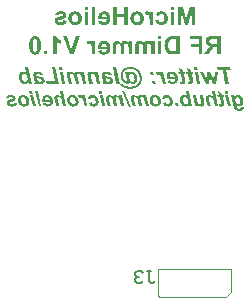
<source format=gbo>
G04 Layer_Color=32896*
%FSLAX43Y43*%
%MOMM*%
G71*
G01*
G75*
%ADD84C,0.100*%
%ADD157C,0.180*%
G36*
X6261Y16073D02*
X6307Y16066D01*
X6350Y16056D01*
X6389Y16043D01*
X6426Y16029D01*
X6459Y16012D01*
X6491Y15993D01*
X6518Y15975D01*
X6542Y15955D01*
X6565Y15938D01*
X6581Y15919D01*
X6598Y15905D01*
X6609Y15892D01*
X6616Y15882D01*
X6622Y15875D01*
X6624Y15873D01*
X6642Y15845D01*
X6659Y15816D01*
X6672Y15786D01*
X6685Y15756D01*
X6694Y15727D01*
X6704Y15699D01*
X6716Y15647D01*
X6720Y15623D01*
X6724Y15601D01*
X6726Y15581D01*
X6728Y15564D01*
X6729Y15551D01*
Y15542D01*
Y15534D01*
Y15532D01*
X6728Y15497D01*
X6724Y15464D01*
X6718Y15431D01*
X6711Y15401D01*
X6702Y15373D01*
X6692Y15347D01*
X6681Y15325D01*
X6670Y15303D01*
X6661Y15284D01*
X6650Y15268D01*
X6641Y15253D01*
X6631Y15242D01*
X6624Y15232D01*
X6618Y15225D01*
X6615Y15221D01*
X6613Y15219D01*
X6591Y15199D01*
X6567Y15181D01*
X6541Y15164D01*
X6517Y15151D01*
X6491Y15140D01*
X6465Y15131D01*
X6417Y15116D01*
X6394Y15110D01*
X6374Y15106D01*
X6355Y15105D01*
X6339Y15103D01*
X6326Y15101D01*
X6307D01*
X6257Y15105D01*
X6213Y15112D01*
X6170Y15121D01*
X6135Y15134D01*
X6104Y15147D01*
X6092Y15153D01*
X6081Y15156D01*
X6074Y15162D01*
X6068Y15164D01*
X6065Y15168D01*
X6063D01*
X6024Y15195D01*
X5989Y15229D01*
X5957Y15262D01*
X5931Y15295D01*
X5913Y15327D01*
X5904Y15340D01*
X5898Y15351D01*
X5892Y15360D01*
X5889Y15368D01*
X5885Y15371D01*
Y15373D01*
X6109Y15410D01*
X6122Y15388D01*
X6137Y15368D01*
X6154Y15351D01*
X6170Y15336D01*
X6185Y15323D01*
X6202Y15312D01*
X6218Y15303D01*
X6233Y15297D01*
X6261Y15288D01*
X6274Y15284D01*
X6285Y15282D01*
X6292Y15281D01*
X6305D01*
X6333Y15282D01*
X6359Y15290D01*
X6381Y15299D01*
X6400Y15308D01*
X6417Y15319D01*
X6428Y15327D01*
X6435Y15334D01*
X6437Y15336D01*
X6454Y15358D01*
X6467Y15384D01*
X6476Y15408D01*
X6481Y15432D01*
X6485Y15455D01*
X6489Y15471D01*
Y15482D01*
Y15484D01*
Y15486D01*
Y15493D01*
X6487Y15501D01*
Y15508D01*
Y15510D01*
X5857D01*
X5846Y15566D01*
X5843Y15593D01*
X5841Y15619D01*
X5839Y15640D01*
Y15658D01*
Y15669D01*
Y15671D01*
Y15673D01*
X5841Y15708D01*
X5843Y15740D01*
X5848Y15771D01*
X5855Y15799D01*
X5863Y15827D01*
X5870Y15851D01*
X5880Y15873D01*
X5889Y15893D01*
X5900Y15910D01*
X5909Y15927D01*
X5917Y15940D01*
X5924Y15951D01*
X5931Y15958D01*
X5937Y15964D01*
X5939Y15967D01*
X5941Y15969D01*
X5961Y15988D01*
X5981Y16005D01*
X6004Y16017D01*
X6026Y16030D01*
X6048Y16042D01*
X6070Y16049D01*
X6115Y16062D01*
X6135Y16066D01*
X6154Y16069D01*
X6170Y16071D01*
X6185Y16073D01*
X6196Y16075D01*
X6213D01*
X6261Y16073D01*
D02*
G37*
G36*
X16819Y18067D02*
X16870Y18059D01*
X16917Y18048D01*
X16959Y18034D01*
X17000Y18018D01*
X17037Y18000D01*
X17071Y17979D01*
X17102Y17959D01*
X17128Y17936D01*
X17153Y17918D01*
X17171Y17898D01*
X17189Y17882D01*
X17202Y17867D01*
X17210Y17857D01*
X17216Y17849D01*
X17218Y17847D01*
X17238Y17816D01*
X17257Y17784D01*
X17271Y17751D01*
X17285Y17719D01*
X17295Y17686D01*
X17305Y17656D01*
X17320Y17599D01*
X17324Y17572D01*
X17328Y17548D01*
X17330Y17525D01*
X17332Y17507D01*
X17334Y17493D01*
Y17483D01*
Y17475D01*
Y17473D01*
X17332Y17434D01*
X17328Y17397D01*
X17322Y17361D01*
X17313Y17328D01*
X17303Y17298D01*
X17293Y17269D01*
X17281Y17245D01*
X17269Y17220D01*
X17259Y17200D01*
X17246Y17182D01*
X17236Y17165D01*
X17226Y17153D01*
X17218Y17143D01*
X17212Y17135D01*
X17208Y17131D01*
X17206Y17129D01*
X17181Y17106D01*
X17155Y17086D01*
X17126Y17068D01*
X17100Y17053D01*
X17071Y17041D01*
X17043Y17031D01*
X16990Y17015D01*
X16966Y17009D01*
X16943Y17005D01*
X16923Y17003D01*
X16905Y17001D01*
X16890Y16999D01*
X16870D01*
X16815Y17003D01*
X16766Y17011D01*
X16719Y17021D01*
X16681Y17035D01*
X16646Y17049D01*
X16634Y17056D01*
X16622Y17060D01*
X16614Y17066D01*
X16608Y17068D01*
X16603Y17072D01*
X16601D01*
X16559Y17102D01*
X16520Y17139D01*
X16485Y17176D01*
X16457Y17212D01*
X16437Y17247D01*
X16426Y17261D01*
X16420Y17273D01*
X16414Y17283D01*
X16410Y17292D01*
X16406Y17296D01*
Y17298D01*
X16652Y17338D01*
X16667Y17314D01*
X16683Y17292D01*
X16701Y17273D01*
X16719Y17257D01*
X16736Y17243D01*
X16754Y17230D01*
X16772Y17220D01*
X16789Y17214D01*
X16819Y17204D01*
X16833Y17200D01*
X16846Y17198D01*
X16854Y17196D01*
X16868D01*
X16898Y17198D01*
X16927Y17206D01*
X16951Y17216D01*
X16972Y17226D01*
X16990Y17239D01*
X17002Y17247D01*
X17010Y17255D01*
X17012Y17257D01*
X17031Y17281D01*
X17045Y17310D01*
X17055Y17336D01*
X17061Y17363D01*
X17065Y17387D01*
X17069Y17405D01*
Y17418D01*
Y17420D01*
Y17422D01*
Y17430D01*
X17067Y17438D01*
Y17446D01*
Y17448D01*
X16376D01*
X16363Y17509D01*
X16359Y17540D01*
X16357Y17568D01*
X16355Y17591D01*
Y17611D01*
Y17623D01*
Y17625D01*
Y17627D01*
X16357Y17666D01*
X16359Y17700D01*
X16365Y17735D01*
X16374Y17766D01*
X16382Y17796D01*
X16390Y17823D01*
X16400Y17847D01*
X16410Y17869D01*
X16422Y17888D01*
X16433Y17906D01*
X16441Y17920D01*
X16449Y17932D01*
X16457Y17941D01*
X16463Y17947D01*
X16465Y17951D01*
X16467Y17953D01*
X16490Y17973D01*
X16512Y17991D01*
X16536Y18006D01*
X16561Y18020D01*
X16585Y18032D01*
X16610Y18040D01*
X16658Y18054D01*
X16681Y18059D01*
X16701Y18063D01*
X16719Y18065D01*
X16736Y18067D01*
X16748Y18069D01*
X16766D01*
X16819Y18067D01*
D02*
G37*
G36*
X17402Y15125D02*
X17154D01*
X17106Y15368D01*
X17354D01*
X17402Y15125D01*
D02*
G37*
G36*
X21789D02*
X21541D01*
X21345Y16055D01*
X21595D01*
X21789Y15125D01*
D02*
G37*
G36*
X15580Y18067D02*
X15611Y18059D01*
X15641Y18048D01*
X15668Y18034D01*
X15696Y18018D01*
X15720Y18000D01*
X15767Y17959D01*
X15788Y17939D01*
X15806Y17918D01*
X15822Y17900D01*
X15836Y17884D01*
X15847Y17869D01*
X15855Y17859D01*
X15859Y17851D01*
X15861Y17849D01*
X15820Y18046D01*
X16076D01*
X16290Y17025D01*
X16017D01*
X15950Y17344D01*
X15942Y17379D01*
X15936Y17414D01*
X15928Y17444D01*
X15920Y17471D01*
X15914Y17497D01*
X15908Y17521D01*
X15899Y17542D01*
X15893Y17560D01*
X15889Y17576D01*
X15883Y17591D01*
X15879Y17603D01*
X15875Y17613D01*
X15873Y17619D01*
X15871Y17625D01*
X15869Y17629D01*
X15853Y17662D01*
X15834Y17690D01*
X15814Y17715D01*
X15796Y17735D01*
X15779Y17749D01*
X15767Y17761D01*
X15759Y17770D01*
X15755Y17772D01*
X15727Y17790D01*
X15700Y17804D01*
X15676Y17812D01*
X15653Y17821D01*
X15635Y17825D01*
X15621Y17827D01*
X15609D01*
X15578Y17825D01*
X15552Y17821D01*
X15541Y17816D01*
X15533Y17814D01*
X15529Y17812D01*
X15527D01*
X15421Y18038D01*
X15446Y18048D01*
X15470Y18057D01*
X15493Y18061D01*
X15511Y18065D01*
X15527Y18067D01*
X15539Y18069D01*
X15550D01*
X15580Y18067D01*
D02*
G37*
G36*
X15450Y17025D02*
X15177D01*
X15124Y17292D01*
X15397D01*
X15450Y17025D01*
D02*
G37*
G36*
X21802Y18197D02*
X21391D01*
X21635Y17025D01*
X21346D01*
X21102Y18197D01*
X20691D01*
X20644Y18433D01*
X21755D01*
X21802Y18197D01*
D02*
G37*
G36*
X19226Y17025D02*
X18953D01*
X18738Y18046D01*
X19012D01*
X19226Y17025D01*
D02*
G37*
G36*
X11140Y15125D02*
X10892D01*
X10696Y16055D01*
X10946D01*
X11140Y15125D01*
D02*
G37*
G36*
X11326Y18065D02*
X11387Y18057D01*
X11413Y18050D01*
X11438Y18044D01*
X11462Y18038D01*
X11482Y18030D01*
X11501Y18022D01*
X11517Y18016D01*
X11531Y18010D01*
X11544Y18004D01*
X11552Y18000D01*
X11558Y17995D01*
X11562Y17991D01*
X11564D01*
X11603Y17961D01*
X11637Y17926D01*
X11664Y17890D01*
X11686Y17857D01*
X11702Y17827D01*
X11714Y17802D01*
X11719Y17792D01*
X11721Y17786D01*
X11723Y17782D01*
Y17780D01*
X11454Y17757D01*
X11448Y17776D01*
X11440Y17792D01*
X11430Y17806D01*
X11419Y17818D01*
X11411Y17829D01*
X11403Y17835D01*
X11399Y17839D01*
X11397Y17841D01*
X11379Y17851D01*
X11360Y17859D01*
X11340Y17863D01*
X11322Y17867D01*
X11305Y17869D01*
X11291Y17871D01*
X11279D01*
X11255Y17869D01*
X11232Y17867D01*
X11216Y17861D01*
X11200Y17857D01*
X11187Y17851D01*
X11179Y17845D01*
X11175Y17843D01*
X11173Y17841D01*
X11161Y17829D01*
X11153Y17816D01*
X11145Y17804D01*
X11141Y17792D01*
X11139Y17782D01*
X11137Y17776D01*
Y17770D01*
Y17768D01*
Y17753D01*
X11139Y17739D01*
X11145Y17709D01*
X11149Y17696D01*
X11153Y17686D01*
X11155Y17678D01*
Y17676D01*
X11169Y17672D01*
X11185Y17668D01*
X11204Y17664D01*
X11224Y17660D01*
X11267Y17652D01*
X11312Y17648D01*
X11352Y17641D01*
X11371Y17639D01*
X11385Y17637D01*
X11399D01*
X11409Y17635D01*
X11417D01*
X11460Y17631D01*
X11499Y17625D01*
X11533Y17619D01*
X11566Y17611D01*
X11596Y17603D01*
X11623Y17595D01*
X11647Y17584D01*
X11668Y17576D01*
X11686Y17566D01*
X11702Y17558D01*
X11714Y17550D01*
X11725Y17544D01*
X11733Y17538D01*
X11739Y17534D01*
X11741Y17532D01*
X11743Y17530D01*
X11759Y17513D01*
X11771Y17495D01*
X11794Y17456D01*
X11810Y17418D01*
X11820Y17379D01*
X11828Y17346D01*
X11830Y17332D01*
Y17320D01*
X11832Y17310D01*
Y17302D01*
Y17298D01*
Y17296D01*
X11828Y17249D01*
X11820Y17206D01*
X11806Y17169D01*
X11792Y17139D01*
X11778Y17112D01*
X11763Y17094D01*
X11755Y17084D01*
X11751Y17080D01*
X11719Y17053D01*
X11684Y17033D01*
X11647Y17019D01*
X11615Y17009D01*
X11586Y17003D01*
X11562Y17001D01*
X11554Y16999D01*
X11542D01*
X11511Y17001D01*
X11482Y17005D01*
X11456Y17011D01*
X11432Y17017D01*
X11411Y17023D01*
X11397Y17029D01*
X11387Y17033D01*
X11383Y17035D01*
X11354Y17049D01*
X11328Y17068D01*
X11303Y17084D01*
X11283Y17100D01*
X11267Y17117D01*
X11253Y17129D01*
X11244Y17137D01*
X11242Y17139D01*
X11238Y17096D01*
X11234Y17078D01*
X11232Y17060D01*
X11228Y17045D01*
X11224Y17035D01*
X11222Y17027D01*
Y17025D01*
X10956D01*
X10964Y17053D01*
X10968Y17082D01*
X10972Y17106D01*
X10976Y17127D01*
Y17145D01*
X10978Y17157D01*
Y17167D01*
Y17169D01*
Y17184D01*
X10976Y17202D01*
X10972Y17241D01*
X10966Y17281D01*
X10958Y17324D01*
X10951Y17363D01*
X10947Y17379D01*
X10945Y17395D01*
X10943Y17407D01*
X10941Y17416D01*
X10939Y17422D01*
Y17424D01*
X10931Y17462D01*
X10923Y17499D01*
X10915Y17532D01*
X10909Y17560D01*
X10905Y17584D01*
X10901Y17607D01*
X10897Y17627D01*
X10892Y17643D01*
X10890Y17658D01*
X10886Y17668D01*
Y17678D01*
X10884Y17684D01*
X10882Y17694D01*
Y17696D01*
X10876Y17735D01*
X10874Y17751D01*
Y17766D01*
X10872Y17778D01*
Y17786D01*
Y17792D01*
Y17794D01*
Y17816D01*
X10876Y17837D01*
X10886Y17873D01*
X10903Y17906D01*
X10919Y17934D01*
X10937Y17959D01*
X10954Y17975D01*
X10964Y17985D01*
X10966Y17989D01*
X10968D01*
X10986Y18004D01*
X11006Y18016D01*
X11053Y18036D01*
X11100Y18050D01*
X11149Y18059D01*
X11192Y18065D01*
X11210Y18067D01*
X11226D01*
X11240Y18069D01*
X11259D01*
X11326Y18065D01*
D02*
G37*
G36*
X5529D02*
X5590Y18057D01*
X5617Y18050D01*
X5641Y18044D01*
X5666Y18038D01*
X5686Y18030D01*
X5704Y18022D01*
X5721Y18016D01*
X5735Y18010D01*
X5747Y18004D01*
X5755Y18000D01*
X5761Y17995D01*
X5765Y17991D01*
X5767D01*
X5806Y17961D01*
X5841Y17926D01*
X5867Y17890D01*
X5890Y17857D01*
X5906Y17827D01*
X5918Y17802D01*
X5922Y17792D01*
X5924Y17786D01*
X5926Y17782D01*
Y17780D01*
X5658Y17757D01*
X5652Y17776D01*
X5643Y17792D01*
X5633Y17806D01*
X5623Y17818D01*
X5615Y17829D01*
X5607Y17835D01*
X5603Y17839D01*
X5601Y17841D01*
X5582Y17851D01*
X5564Y17859D01*
X5544Y17863D01*
X5525Y17867D01*
X5509Y17869D01*
X5495Y17871D01*
X5483D01*
X5458Y17869D01*
X5436Y17867D01*
X5420Y17861D01*
X5403Y17857D01*
X5391Y17851D01*
X5383Y17845D01*
X5379Y17843D01*
X5377Y17841D01*
X5365Y17829D01*
X5356Y17816D01*
X5348Y17804D01*
X5344Y17792D01*
X5342Y17782D01*
X5340Y17776D01*
Y17770D01*
Y17768D01*
Y17753D01*
X5342Y17739D01*
X5348Y17709D01*
X5352Y17696D01*
X5356Y17686D01*
X5359Y17678D01*
Y17676D01*
X5373Y17672D01*
X5389Y17668D01*
X5407Y17664D01*
X5428Y17660D01*
X5470Y17652D01*
X5515Y17648D01*
X5556Y17641D01*
X5574Y17639D01*
X5588Y17637D01*
X5603D01*
X5613Y17635D01*
X5621D01*
X5664Y17631D01*
X5702Y17625D01*
X5737Y17619D01*
X5770Y17611D01*
X5800Y17603D01*
X5826Y17595D01*
X5851Y17584D01*
X5871Y17576D01*
X5890Y17566D01*
X5906Y17558D01*
X5918Y17550D01*
X5928Y17544D01*
X5936Y17538D01*
X5942Y17534D01*
X5944Y17532D01*
X5947Y17530D01*
X5963Y17513D01*
X5975Y17495D01*
X5997Y17456D01*
X6014Y17418D01*
X6024Y17379D01*
X6032Y17346D01*
X6034Y17332D01*
Y17320D01*
X6036Y17310D01*
Y17302D01*
Y17298D01*
Y17296D01*
X6032Y17249D01*
X6024Y17206D01*
X6010Y17169D01*
X5995Y17139D01*
X5981Y17112D01*
X5967Y17094D01*
X5959Y17084D01*
X5955Y17080D01*
X5922Y17053D01*
X5888Y17033D01*
X5851Y17019D01*
X5818Y17009D01*
X5790Y17003D01*
X5765Y17001D01*
X5757Y16999D01*
X5745D01*
X5715Y17001D01*
X5686Y17005D01*
X5660Y17011D01*
X5635Y17017D01*
X5615Y17023D01*
X5601Y17029D01*
X5590Y17033D01*
X5586Y17035D01*
X5558Y17049D01*
X5531Y17068D01*
X5507Y17084D01*
X5487Y17100D01*
X5470Y17117D01*
X5456Y17129D01*
X5448Y17137D01*
X5446Y17139D01*
X5442Y17096D01*
X5438Y17078D01*
X5436Y17060D01*
X5432Y17045D01*
X5428Y17035D01*
X5426Y17027D01*
Y17025D01*
X5159D01*
X5167Y17053D01*
X5171Y17082D01*
X5175Y17106D01*
X5179Y17127D01*
Y17145D01*
X5182Y17157D01*
Y17167D01*
Y17169D01*
Y17184D01*
X5179Y17202D01*
X5175Y17241D01*
X5169Y17281D01*
X5161Y17324D01*
X5155Y17363D01*
X5151Y17379D01*
X5149Y17395D01*
X5147Y17407D01*
X5145Y17416D01*
X5143Y17422D01*
Y17424D01*
X5135Y17462D01*
X5127Y17499D01*
X5118Y17532D01*
X5112Y17560D01*
X5108Y17584D01*
X5104Y17607D01*
X5100Y17627D01*
X5096Y17643D01*
X5094Y17658D01*
X5090Y17668D01*
Y17678D01*
X5088Y17684D01*
X5086Y17694D01*
Y17696D01*
X5080Y17735D01*
X5078Y17751D01*
Y17766D01*
X5076Y17778D01*
Y17786D01*
Y17792D01*
Y17794D01*
Y17816D01*
X5080Y17837D01*
X5090Y17873D01*
X5106Y17906D01*
X5123Y17934D01*
X5141Y17959D01*
X5157Y17975D01*
X5167Y17985D01*
X5169Y17989D01*
X5171D01*
X5190Y18004D01*
X5210Y18016D01*
X5257Y18036D01*
X5304Y18050D01*
X5352Y18059D01*
X5395Y18065D01*
X5413Y18067D01*
X5430D01*
X5444Y18069D01*
X5462D01*
X5529Y18065D01*
D02*
G37*
G36*
X8813Y18067D02*
X8846Y18063D01*
X8874Y18054D01*
X8905Y18046D01*
X8958Y18022D01*
X9006Y17995D01*
X9029Y17981D01*
X9047Y17969D01*
X9063Y17957D01*
X9078Y17945D01*
X9090Y17936D01*
X9098Y17928D01*
X9102Y17924D01*
X9104Y17922D01*
X9080Y18046D01*
X9338D01*
X9552Y17025D01*
X9279D01*
X9181Y17493D01*
X9175Y17515D01*
X9171Y17536D01*
X9163Y17568D01*
X9155Y17597D01*
X9151Y17617D01*
X9147Y17631D01*
X9143Y17641D01*
X9141Y17648D01*
Y17650D01*
X9131Y17676D01*
X9120Y17698D01*
X9110Y17721D01*
X9100Y17737D01*
X9092Y17751D01*
X9086Y17761D01*
X9082Y17768D01*
X9080Y17770D01*
X9065Y17786D01*
X9051Y17800D01*
X9037Y17814D01*
X9023Y17825D01*
X9013Y17833D01*
X9002Y17839D01*
X8996Y17841D01*
X8994Y17843D01*
X8976Y17853D01*
X8960Y17859D01*
X8943Y17865D01*
X8929Y17867D01*
X8917Y17869D01*
X8909Y17871D01*
X8901D01*
X8882Y17869D01*
X8868Y17867D01*
X8856Y17863D01*
X8844Y17859D01*
X8836Y17853D01*
X8829Y17849D01*
X8827Y17847D01*
X8825Y17845D01*
X8815Y17835D01*
X8809Y17823D01*
X8801Y17802D01*
X8799Y17792D01*
X8797Y17784D01*
Y17780D01*
Y17778D01*
Y17764D01*
X8801Y17743D01*
X8803Y17721D01*
X8807Y17696D01*
X8811Y17676D01*
X8815Y17658D01*
X8817Y17643D01*
X8819Y17641D01*
Y17639D01*
X8947Y17025D01*
X8675D01*
X8577Y17487D01*
X8569Y17523D01*
X8561Y17556D01*
X8553Y17587D01*
X8543Y17613D01*
X8534Y17637D01*
X8526Y17660D01*
X8518Y17680D01*
X8510Y17698D01*
X8504Y17713D01*
X8496Y17727D01*
X8490Y17737D01*
X8486Y17747D01*
X8482Y17753D01*
X8477Y17757D01*
X8475Y17761D01*
X8459Y17782D01*
X8445Y17798D01*
X8429Y17812D01*
X8412Y17825D01*
X8380Y17845D01*
X8351Y17857D01*
X8327Y17865D01*
X8307Y17869D01*
X8298Y17871D01*
X8288D01*
X8270Y17869D01*
X8256Y17867D01*
X8241Y17863D01*
X8231Y17859D01*
X8223Y17853D01*
X8217Y17849D01*
X8215Y17847D01*
X8213Y17845D01*
X8205Y17835D01*
X8197Y17825D01*
X8191Y17802D01*
X8189Y17792D01*
X8187Y17786D01*
Y17780D01*
Y17778D01*
Y17774D01*
Y17768D01*
X8191Y17751D01*
X8195Y17729D01*
X8199Y17707D01*
X8203Y17684D01*
X8207Y17664D01*
X8209Y17656D01*
Y17652D01*
X8211Y17648D01*
Y17646D01*
X8343Y17025D01*
X8071D01*
X7936Y17646D01*
X7926Y17690D01*
X7920Y17729D01*
X7914Y17761D01*
X7912Y17786D01*
X7910Y17804D01*
X7908Y17818D01*
Y17827D01*
Y17829D01*
X7910Y17867D01*
X7918Y17902D01*
X7930Y17930D01*
X7942Y17955D01*
X7955Y17975D01*
X7967Y17989D01*
X7975Y18000D01*
X7977Y18002D01*
X8003Y18024D01*
X8034Y18040D01*
X8066Y18052D01*
X8097Y18061D01*
X8123Y18065D01*
X8146Y18069D01*
X8166D01*
X8207Y18067D01*
X8244Y18061D01*
X8280Y18052D01*
X8311Y18042D01*
X8337Y18032D01*
X8355Y18024D01*
X8364Y18020D01*
X8370Y18018D01*
X8372Y18016D01*
X8374D01*
X8408Y17995D01*
X8439Y17973D01*
X8463Y17953D01*
X8486Y17932D01*
X8502Y17914D01*
X8514Y17900D01*
X8522Y17892D01*
X8524Y17888D01*
X8532Y17918D01*
X8545Y17943D01*
X8559Y17967D01*
X8571Y17985D01*
X8585Y18000D01*
X8595Y18012D01*
X8604Y18018D01*
X8606Y18020D01*
X8630Y18036D01*
X8659Y18048D01*
X8689Y18057D01*
X8718Y18063D01*
X8742Y18067D01*
X8764Y18069D01*
X8783D01*
X8813Y18067D01*
D02*
G37*
G36*
X15295Y17778D02*
X15023D01*
X14970Y18044D01*
X15242D01*
X15295Y17778D01*
D02*
G37*
G36*
X18400Y18209D02*
X18432Y18046D01*
X18567D01*
X18609Y17841D01*
X18473D01*
X18561Y17430D01*
X18567Y17399D01*
X18573Y17371D01*
X18577Y17346D01*
X18581Y17324D01*
X18585Y17304D01*
X18589Y17285D01*
X18591Y17271D01*
X18593Y17257D01*
X18595Y17237D01*
X18597Y17222D01*
Y17214D01*
Y17212D01*
X18595Y17176D01*
X18587Y17145D01*
X18577Y17117D01*
X18565Y17094D01*
X18553Y17078D01*
X18542Y17064D01*
X18534Y17056D01*
X18532Y17053D01*
X18504Y17035D01*
X18471Y17021D01*
X18435Y17013D01*
X18400Y17005D01*
X18367Y17001D01*
X18355D01*
X18343Y16999D01*
X18319D01*
X18264Y17001D01*
X18239Y17005D01*
X18217Y17007D01*
X18199Y17011D01*
X18184Y17013D01*
X18176Y17015D01*
X18172D01*
X18129Y17218D01*
X18154Y17216D01*
X18174Y17214D01*
X18190Y17212D01*
X18203D01*
X18211Y17210D01*
X18239D01*
X18255Y17212D01*
X18270Y17216D01*
X18280Y17220D01*
X18286Y17222D01*
X18292Y17226D01*
X18294Y17228D01*
X18296D01*
X18306Y17245D01*
X18312Y17259D01*
X18314Y17273D01*
Y17275D01*
Y17277D01*
Y17281D01*
X18312Y17287D01*
X18310Y17306D01*
X18306Y17326D01*
X18302Y17351D01*
X18298Y17373D01*
X18294Y17391D01*
X18292Y17399D01*
X18290Y17405D01*
Y17407D01*
Y17410D01*
X18201Y17841D01*
X18032D01*
X17989Y18046D01*
X18158D01*
X18087Y18398D01*
X18400Y18209D01*
D02*
G37*
G36*
X17745D02*
X17777Y18046D01*
X17912D01*
X17954Y17841D01*
X17818D01*
X17906Y17430D01*
X17912Y17399D01*
X17918Y17371D01*
X17922Y17346D01*
X17926Y17324D01*
X17930Y17304D01*
X17934Y17285D01*
X17936Y17271D01*
X17938Y17257D01*
X17940Y17237D01*
X17942Y17222D01*
Y17214D01*
Y17212D01*
X17940Y17176D01*
X17932Y17145D01*
X17922Y17117D01*
X17910Y17094D01*
X17897Y17078D01*
X17887Y17064D01*
X17879Y17056D01*
X17877Y17053D01*
X17849Y17035D01*
X17816Y17021D01*
X17779Y17013D01*
X17745Y17005D01*
X17712Y17001D01*
X17700D01*
X17688Y16999D01*
X17663D01*
X17608Y17001D01*
X17584Y17005D01*
X17562Y17007D01*
X17543Y17011D01*
X17529Y17013D01*
X17521Y17015D01*
X17517D01*
X17474Y17218D01*
X17499Y17216D01*
X17519Y17214D01*
X17535Y17212D01*
X17547D01*
X17556Y17210D01*
X17584D01*
X17600Y17212D01*
X17615Y17216D01*
X17625Y17220D01*
X17631Y17222D01*
X17637Y17226D01*
X17639Y17228D01*
X17641D01*
X17651Y17245D01*
X17657Y17259D01*
X17659Y17273D01*
Y17275D01*
Y17277D01*
Y17281D01*
X17657Y17287D01*
X17655Y17306D01*
X17651Y17326D01*
X17647Y17351D01*
X17643Y17373D01*
X17639Y17391D01*
X17637Y17399D01*
X17635Y17405D01*
Y17407D01*
Y17410D01*
X17545Y17841D01*
X17377D01*
X17334Y18046D01*
X17503D01*
X17431Y18398D01*
X17745Y18209D01*
D02*
G37*
G36*
X9014Y16073D02*
X9042Y16066D01*
X9070Y16056D01*
X9094Y16043D01*
X9120Y16029D01*
X9142Y16012D01*
X9185Y15975D01*
X9203Y15956D01*
X9220Y15938D01*
X9235Y15921D01*
X9248Y15906D01*
X9257Y15893D01*
X9264Y15884D01*
X9268Y15877D01*
X9270Y15875D01*
X9233Y16055D01*
X9466D01*
X9661Y15125D01*
X9413D01*
X9351Y15416D01*
X9344Y15447D01*
X9338Y15479D01*
X9331Y15506D01*
X9324Y15531D01*
X9318Y15555D01*
X9313Y15577D01*
X9305Y15595D01*
X9300Y15612D01*
X9296Y15627D01*
X9290Y15640D01*
X9287Y15651D01*
X9283Y15660D01*
X9281Y15666D01*
X9279Y15671D01*
X9277Y15675D01*
X9263Y15705D01*
X9246Y15730D01*
X9227Y15753D01*
X9211Y15771D01*
X9196Y15784D01*
X9185Y15795D01*
X9177Y15803D01*
X9174Y15805D01*
X9148Y15821D01*
X9124Y15834D01*
X9101Y15842D01*
X9081Y15849D01*
X9064Y15853D01*
X9051Y15855D01*
X9040D01*
X9013Y15853D01*
X8988Y15849D01*
X8979Y15845D01*
X8972Y15843D01*
X8968Y15842D01*
X8966D01*
X8870Y16047D01*
X8892Y16056D01*
X8914Y16064D01*
X8935Y16067D01*
X8951Y16071D01*
X8966Y16073D01*
X8977Y16075D01*
X8987D01*
X9014Y16073D01*
D02*
G37*
G36*
X20567Y17025D02*
X20310D01*
X19999Y17674D01*
X19948Y17025D01*
X19690D01*
X19185Y18046D01*
X19460D01*
X19775Y17361D01*
X19810Y18046D01*
X20062D01*
X20378Y17361D01*
X20449Y18046D01*
X20693D01*
X20567Y17025D01*
D02*
G37*
G36*
X12390D02*
X12117D01*
X11822Y18433D01*
X12095D01*
X12390Y17025D01*
D02*
G37*
G36*
X12068Y16073D02*
X12097Y16069D01*
X12123Y16062D01*
X12151Y16055D01*
X12199Y16032D01*
X12244Y16008D01*
X12264Y15995D01*
X12281Y15984D01*
X12296Y15973D01*
X12309Y15962D01*
X12320Y15955D01*
X12327Y15947D01*
X12331Y15943D01*
X12333Y15942D01*
X12310Y16055D01*
X12546D01*
X12740Y15125D01*
X12492D01*
X12403Y15551D01*
X12397Y15571D01*
X12394Y15590D01*
X12386Y15619D01*
X12379Y15645D01*
X12375Y15664D01*
X12371Y15677D01*
X12368Y15686D01*
X12366Y15692D01*
Y15693D01*
X12357Y15718D01*
X12347Y15738D01*
X12338Y15758D01*
X12329Y15773D01*
X12321Y15786D01*
X12316Y15795D01*
X12312Y15801D01*
X12310Y15803D01*
X12297Y15818D01*
X12284Y15830D01*
X12271Y15843D01*
X12259Y15853D01*
X12249Y15860D01*
X12240Y15866D01*
X12234Y15868D01*
X12233Y15869D01*
X12216Y15879D01*
X12201Y15884D01*
X12186Y15890D01*
X12173Y15892D01*
X12162Y15893D01*
X12155Y15895D01*
X12147D01*
X12131Y15893D01*
X12118Y15892D01*
X12107Y15888D01*
X12096Y15884D01*
X12088Y15879D01*
X12083Y15875D01*
X12081Y15873D01*
X12079Y15871D01*
X12070Y15862D01*
X12064Y15851D01*
X12057Y15832D01*
X12055Y15823D01*
X12053Y15816D01*
Y15812D01*
Y15810D01*
Y15797D01*
X12057Y15779D01*
X12059Y15758D01*
X12062Y15736D01*
X12066Y15718D01*
X12070Y15701D01*
X12071Y15688D01*
X12073Y15686D01*
Y15684D01*
X12190Y15125D01*
X11942D01*
X11853Y15545D01*
X11846Y15579D01*
X11838Y15608D01*
X11831Y15636D01*
X11822Y15660D01*
X11814Y15682D01*
X11807Y15703D01*
X11799Y15721D01*
X11792Y15738D01*
X11786Y15751D01*
X11779Y15764D01*
X11773Y15773D01*
X11770Y15782D01*
X11766Y15788D01*
X11762Y15792D01*
X11760Y15795D01*
X11746Y15814D01*
X11733Y15829D01*
X11718Y15842D01*
X11703Y15853D01*
X11673Y15871D01*
X11647Y15882D01*
X11625Y15890D01*
X11607Y15893D01*
X11599Y15895D01*
X11590D01*
X11573Y15893D01*
X11560Y15892D01*
X11547Y15888D01*
X11538Y15884D01*
X11531Y15879D01*
X11525Y15875D01*
X11523Y15873D01*
X11522Y15871D01*
X11514Y15862D01*
X11507Y15853D01*
X11501Y15832D01*
X11499Y15823D01*
X11497Y15818D01*
Y15812D01*
Y15810D01*
Y15806D01*
Y15801D01*
X11501Y15786D01*
X11505Y15766D01*
X11509Y15745D01*
X11512Y15725D01*
X11516Y15706D01*
X11518Y15699D01*
Y15695D01*
X11520Y15692D01*
Y15690D01*
X11640Y15125D01*
X11392D01*
X11270Y15690D01*
X11260Y15730D01*
X11255Y15766D01*
X11249Y15795D01*
X11248Y15818D01*
X11246Y15834D01*
X11244Y15847D01*
Y15855D01*
Y15856D01*
X11246Y15892D01*
X11253Y15923D01*
X11264Y15949D01*
X11275Y15971D01*
X11286Y15990D01*
X11297Y16003D01*
X11305Y16012D01*
X11307Y16014D01*
X11331Y16034D01*
X11359Y16049D01*
X11388Y16060D01*
X11416Y16067D01*
X11440Y16071D01*
X11460Y16075D01*
X11479D01*
X11516Y16073D01*
X11549Y16067D01*
X11583Y16060D01*
X11610Y16051D01*
X11634Y16042D01*
X11651Y16034D01*
X11659Y16030D01*
X11664Y16029D01*
X11666Y16027D01*
X11668D01*
X11699Y16008D01*
X11727Y15988D01*
X11749Y15969D01*
X11770Y15951D01*
X11784Y15934D01*
X11796Y15921D01*
X11803Y15914D01*
X11805Y15910D01*
X11812Y15938D01*
X11823Y15960D01*
X11836Y15982D01*
X11847Y15999D01*
X11860Y16012D01*
X11870Y16023D01*
X11877Y16029D01*
X11879Y16030D01*
X11901Y16045D01*
X11927Y16056D01*
X11955Y16064D01*
X11981Y16069D01*
X12003Y16073D01*
X12023Y16075D01*
X12040D01*
X12068Y16073D01*
D02*
G37*
G36*
X22443Y16071D02*
X22483Y16064D01*
X22520Y16053D01*
X22552Y16040D01*
X22580Y16027D01*
X22593Y16021D01*
X22602Y16016D01*
X22609Y16012D01*
X22615Y16008D01*
X22619Y16005D01*
X22620D01*
X22657Y15975D01*
X22691Y15943D01*
X22720Y15908D01*
X22744Y15875D01*
X22763Y15843D01*
X22770Y15830D01*
X22776Y15819D01*
X22781Y15810D01*
X22783Y15803D01*
X22787Y15799D01*
Y15797D01*
X22807Y15745D01*
X22820Y15693D01*
X22831Y15643D01*
X22839Y15597D01*
X22841Y15575D01*
X22843Y15556D01*
X22844Y15540D01*
Y15525D01*
X22846Y15514D01*
Y15505D01*
Y15499D01*
Y15497D01*
X22844Y15464D01*
X22843Y15432D01*
X22839Y15403D01*
X22833Y15375D01*
X22826Y15349D01*
X22819Y15327D01*
X22811Y15306D01*
X22802Y15288D01*
X22794Y15271D01*
X22787Y15256D01*
X22780Y15244D01*
X22772Y15234D01*
X22767Y15225D01*
X22763Y15219D01*
X22759Y15218D01*
Y15216D01*
X22743Y15199D01*
X22724Y15184D01*
X22706Y15171D01*
X22687Y15162D01*
X22650Y15144D01*
X22615Y15132D01*
X22583Y15127D01*
X22570Y15125D01*
X22557Y15123D01*
X22548Y15121D01*
X22535D01*
X22507Y15123D01*
X22482Y15127D01*
X22456Y15131D01*
X22430Y15138D01*
X22383Y15155D01*
X22341Y15175D01*
X22322Y15184D01*
X22304Y15195D01*
X22291Y15205D01*
X22278Y15212D01*
X22267Y15219D01*
X22259Y15225D01*
X22256Y15227D01*
X22254Y15229D01*
X22263Y15186D01*
X22270Y15147D01*
X22278Y15116D01*
X22285Y15090D01*
X22289Y15069D01*
X22295Y15055D01*
X22298Y15045D01*
X22300Y15040D01*
Y15038D01*
X22309Y15019D01*
X22320Y15003D01*
X22330Y14990D01*
X22341Y14979D01*
X22350Y14971D01*
X22356Y14966D01*
X22361Y14962D01*
X22363Y14960D01*
X22383Y14949D01*
X22406Y14942D01*
X22428Y14934D01*
X22450Y14931D01*
X22469Y14929D01*
X22483Y14927D01*
X22517D01*
X22532Y14929D01*
X22544Y14932D01*
X22557Y14934D01*
X22565Y14938D01*
X22572Y14940D01*
X22576Y14942D01*
X22578D01*
X22596Y14953D01*
X22609Y14966D01*
X22617Y14973D01*
X22619Y14977D01*
X22622Y14986D01*
X22626Y14995D01*
X22630Y15016D01*
X22632Y15023D01*
Y15031D01*
Y15036D01*
Y15038D01*
X22898Y15075D01*
X22900Y15062D01*
Y15051D01*
Y15044D01*
Y15040D01*
X22898Y15012D01*
X22896Y14984D01*
X22891Y14960D01*
X22885Y14938D01*
X22876Y14918D01*
X22869Y14899D01*
X22859Y14884D01*
X22850Y14869D01*
X22831Y14845D01*
X22815Y14829D01*
X22804Y14819D01*
X22802Y14816D01*
X22800D01*
X22780Y14805D01*
X22759Y14794D01*
X22711Y14777D01*
X22663Y14764D01*
X22615Y14757D01*
X22593Y14753D01*
X22570Y14751D01*
X22552Y14749D01*
X22535D01*
X22522Y14747D01*
X22472D01*
X22443Y14749D01*
X22415Y14753D01*
X22391Y14755D01*
X22370Y14758D01*
X22356Y14760D01*
X22346Y14762D01*
X22343D01*
X22317Y14768D01*
X22291Y14775D01*
X22270Y14782D01*
X22250Y14792D01*
X22235Y14797D01*
X22224Y14803D01*
X22217Y14807D01*
X22215Y14808D01*
X22195Y14821D01*
X22178Y14834D01*
X22161Y14847D01*
X22148Y14860D01*
X22139Y14871D01*
X22130Y14881D01*
X22126Y14886D01*
X22124Y14888D01*
X22111Y14906D01*
X22100Y14927D01*
X22089Y14949D01*
X22080Y14968D01*
X22072Y14986D01*
X22067Y15001D01*
X22063Y15010D01*
X22061Y15014D01*
X22056Y15031D01*
X22050Y15047D01*
X22039Y15088D01*
X22028Y15132D01*
X22017Y15175D01*
X22007Y15214D01*
X22004Y15232D01*
X22000Y15247D01*
X21996Y15260D01*
X21995Y15269D01*
X21993Y15275D01*
Y15277D01*
X21846Y16055D01*
X22080D01*
X22113Y15890D01*
X22130Y15921D01*
X22150Y15947D01*
X22170Y15971D01*
X22189Y15990D01*
X22206Y16005D01*
X22220Y16016D01*
X22230Y16023D01*
X22233Y16025D01*
X22263Y16042D01*
X22291Y16055D01*
X22320Y16062D01*
X22346Y16069D01*
X22369Y16073D01*
X22387Y16075D01*
X22402D01*
X22443Y16071D01*
D02*
G37*
G36*
X7852Y15125D02*
X7603D01*
X7526Y15492D01*
X7518Y15523D01*
X7513Y15551D01*
X7507Y15575D01*
X7502Y15599D01*
X7496Y15619D01*
X7492Y15636D01*
X7487Y15653D01*
X7483Y15666D01*
X7479Y15677D01*
X7478Y15686D01*
X7472Y15701D01*
X7470Y15708D01*
X7468Y15710D01*
X7452Y15740D01*
X7433Y15768D01*
X7413Y15792D01*
X7394Y15812D01*
X7378Y15829D01*
X7365Y15840D01*
X7355Y15849D01*
X7352Y15851D01*
X7329Y15866D01*
X7307Y15877D01*
X7287Y15884D01*
X7266Y15890D01*
X7252Y15893D01*
X7239Y15895D01*
X7228D01*
X7209Y15893D01*
X7194Y15892D01*
X7179Y15886D01*
X7168Y15880D01*
X7159Y15875D01*
X7153Y15871D01*
X7150Y15868D01*
X7148Y15866D01*
X7139Y15855D01*
X7131Y15842D01*
X7126Y15830D01*
X7122Y15818D01*
X7120Y15808D01*
X7118Y15799D01*
Y15793D01*
Y15792D01*
X7120Y15779D01*
X7122Y15762D01*
X7126Y15743D01*
X7129Y15725D01*
X7133Y15706D01*
X7135Y15692D01*
X7139Y15681D01*
Y15679D01*
Y15677D01*
X7257Y15125D01*
X7009D01*
X6892Y15666D01*
X6883Y15706D01*
X6878Y15743D01*
X6872Y15773D01*
X6868Y15797D01*
X6866Y15816D01*
X6865Y15829D01*
Y15838D01*
Y15840D01*
X6868Y15877D01*
X6876Y15910D01*
X6885Y15938D01*
X6898Y15964D01*
X6911Y15982D01*
X6920Y15997D01*
X6928Y16005D01*
X6931Y16008D01*
X6957Y16030D01*
X6987Y16047D01*
X7016Y16058D01*
X7046Y16067D01*
X7072Y16071D01*
X7092Y16073D01*
X7100Y16075D01*
X7111D01*
X7142Y16073D01*
X7172Y16071D01*
X7198Y16066D01*
X7222Y16060D01*
X7242Y16055D01*
X7257Y16051D01*
X7266Y16047D01*
X7270Y16045D01*
X7298Y16032D01*
X7326Y16017D01*
X7353Y16003D01*
X7378Y15986D01*
X7398Y15971D01*
X7415Y15960D01*
X7426Y15953D01*
X7428Y15949D01*
X7429D01*
X7335Y16406D01*
X7583D01*
X7852Y15125D01*
D02*
G37*
G36*
X14158Y16073D02*
X14188Y16069D01*
X14214Y16062D01*
X14242Y16055D01*
X14290Y16032D01*
X14334Y16008D01*
X14355Y15995D01*
X14371Y15984D01*
X14386Y15973D01*
X14399Y15962D01*
X14410Y15955D01*
X14418Y15947D01*
X14421Y15943D01*
X14423Y15942D01*
X14401Y16055D01*
X14636D01*
X14830Y15125D01*
X14582D01*
X14493Y15551D01*
X14488Y15571D01*
X14484Y15590D01*
X14477Y15619D01*
X14469Y15645D01*
X14466Y15664D01*
X14462Y15677D01*
X14458Y15686D01*
X14456Y15692D01*
Y15693D01*
X14447Y15718D01*
X14438Y15738D01*
X14429Y15758D01*
X14419Y15773D01*
X14412Y15786D01*
X14406Y15795D01*
X14403Y15801D01*
X14401Y15803D01*
X14388Y15818D01*
X14375Y15830D01*
X14362Y15843D01*
X14349Y15853D01*
X14340Y15860D01*
X14331Y15866D01*
X14325Y15868D01*
X14323Y15869D01*
X14306Y15879D01*
X14292Y15884D01*
X14277Y15890D01*
X14264Y15892D01*
X14253Y15893D01*
X14245Y15895D01*
X14238D01*
X14221Y15893D01*
X14208Y15892D01*
X14197Y15888D01*
X14186Y15884D01*
X14179Y15879D01*
X14173Y15875D01*
X14171Y15873D01*
X14169Y15871D01*
X14160Y15862D01*
X14155Y15851D01*
X14147Y15832D01*
X14145Y15823D01*
X14144Y15816D01*
Y15812D01*
Y15810D01*
Y15797D01*
X14147Y15779D01*
X14149Y15758D01*
X14153Y15736D01*
X14156Y15718D01*
X14160Y15701D01*
X14162Y15688D01*
X14164Y15686D01*
Y15684D01*
X14281Y15125D01*
X14032D01*
X13944Y15545D01*
X13936Y15579D01*
X13929Y15608D01*
X13921Y15636D01*
X13912Y15660D01*
X13905Y15682D01*
X13897Y15703D01*
X13890Y15721D01*
X13882Y15738D01*
X13877Y15751D01*
X13869Y15764D01*
X13864Y15773D01*
X13860Y15782D01*
X13856Y15788D01*
X13853Y15792D01*
X13851Y15795D01*
X13836Y15814D01*
X13823Y15829D01*
X13808Y15842D01*
X13794Y15853D01*
X13764Y15871D01*
X13738Y15882D01*
X13716Y15890D01*
X13697Y15893D01*
X13690Y15895D01*
X13681D01*
X13664Y15893D01*
X13651Y15892D01*
X13638Y15888D01*
X13629Y15884D01*
X13621Y15879D01*
X13616Y15875D01*
X13614Y15873D01*
X13612Y15871D01*
X13605Y15862D01*
X13597Y15853D01*
X13592Y15832D01*
X13590Y15823D01*
X13588Y15818D01*
Y15812D01*
Y15810D01*
Y15806D01*
Y15801D01*
X13592Y15786D01*
X13595Y15766D01*
X13599Y15745D01*
X13603Y15725D01*
X13607Y15706D01*
X13608Y15699D01*
Y15695D01*
X13610Y15692D01*
Y15690D01*
X13731Y15125D01*
X13482D01*
X13360Y15690D01*
X13351Y15730D01*
X13345Y15766D01*
X13340Y15795D01*
X13338Y15818D01*
X13336Y15834D01*
X13334Y15847D01*
Y15855D01*
Y15856D01*
X13336Y15892D01*
X13344Y15923D01*
X13355Y15949D01*
X13366Y15971D01*
X13377Y15990D01*
X13388Y16003D01*
X13395Y16012D01*
X13397Y16014D01*
X13421Y16034D01*
X13449Y16049D01*
X13479Y16060D01*
X13507Y16067D01*
X13531Y16071D01*
X13551Y16075D01*
X13569D01*
X13607Y16073D01*
X13640Y16067D01*
X13673Y16060D01*
X13701Y16051D01*
X13725Y16042D01*
X13742Y16034D01*
X13749Y16030D01*
X13755Y16029D01*
X13757Y16027D01*
X13758D01*
X13790Y16008D01*
X13818Y15988D01*
X13840Y15969D01*
X13860Y15951D01*
X13875Y15934D01*
X13886Y15921D01*
X13894Y15914D01*
X13895Y15910D01*
X13903Y15938D01*
X13914Y15960D01*
X13927Y15982D01*
X13938Y15999D01*
X13951Y16012D01*
X13960Y16023D01*
X13968Y16029D01*
X13969Y16030D01*
X13992Y16045D01*
X14018Y16056D01*
X14045Y16064D01*
X14071Y16069D01*
X14094Y16073D01*
X14114Y16075D01*
X14131D01*
X14158Y16073D01*
D02*
G37*
G36*
X10133Y16071D02*
X10185Y16062D01*
X10231Y16051D01*
X10272Y16036D01*
X10290Y16029D01*
X10307Y16021D01*
X10320Y16016D01*
X10333Y16010D01*
X10342Y16005D01*
X10349Y16001D01*
X10353Y15999D01*
X10355Y15997D01*
X10399Y15966D01*
X10438Y15930D01*
X10470Y15895D01*
X10496Y15862D01*
X10518Y15830D01*
X10525Y15818D01*
X10533Y15806D01*
X10536Y15797D01*
X10540Y15790D01*
X10544Y15786D01*
Y15784D01*
X10564Y15732D01*
X10581Y15682D01*
X10592Y15634D01*
X10599Y15590D01*
X10601Y15569D01*
X10603Y15553D01*
X10605Y15536D01*
Y15523D01*
X10607Y15512D01*
Y15505D01*
Y15499D01*
Y15497D01*
X10605Y15464D01*
X10603Y15432D01*
X10598Y15401D01*
X10590Y15373D01*
X10583Y15347D01*
X10573Y15323D01*
X10564Y15303D01*
X10555Y15282D01*
X10546Y15266D01*
X10536Y15249D01*
X10527Y15236D01*
X10520Y15227D01*
X10512Y15218D01*
X10507Y15212D01*
X10505Y15208D01*
X10503Y15206D01*
X10483Y15188D01*
X10461Y15171D01*
X10438Y15158D01*
X10416Y15145D01*
X10392Y15136D01*
X10368Y15127D01*
X10324Y15114D01*
X10303Y15110D01*
X10283Y15106D01*
X10266Y15105D01*
X10251Y15103D01*
X10238Y15101D01*
X10222D01*
X10192Y15103D01*
X10164Y15105D01*
X10112Y15114D01*
X10066Y15127D01*
X10025Y15144D01*
X10009Y15151D01*
X9994Y15158D01*
X9979Y15166D01*
X9968Y15171D01*
X9959Y15177D01*
X9953Y15181D01*
X9949Y15184D01*
X9948D01*
X9905Y15219D01*
X9870Y15258D01*
X9838Y15299D01*
X9812Y15340D01*
X9794Y15375D01*
X9787Y15390D01*
X9779Y15405D01*
X9774Y15416D01*
X9772Y15423D01*
X9768Y15429D01*
Y15431D01*
X10012Y15471D01*
X10025Y15440D01*
X10040Y15414D01*
X10055Y15392D01*
X10068Y15373D01*
X10081Y15358D01*
X10092Y15349D01*
X10099Y15342D01*
X10101Y15340D01*
X10122Y15325D01*
X10142Y15316D01*
X10162Y15308D01*
X10179Y15303D01*
X10194Y15299D01*
X10205Y15297D01*
X10216D01*
X10238Y15299D01*
X10257Y15305D01*
X10275Y15312D01*
X10290Y15319D01*
X10301Y15327D01*
X10311Y15334D01*
X10316Y15340D01*
X10318Y15342D01*
X10331Y15360D01*
X10340Y15381D01*
X10348Y15401D01*
X10351Y15421D01*
X10355Y15440D01*
X10357Y15455D01*
Y15464D01*
Y15468D01*
X10355Y15505D01*
X10351Y15540D01*
X10346Y15575D01*
X10340Y15606D01*
X10335Y15632D01*
X10329Y15653D01*
X10327Y15660D01*
X10325Y15666D01*
X10324Y15669D01*
Y15671D01*
X10311Y15710D01*
X10294Y15743D01*
X10279Y15771D01*
X10262Y15793D01*
X10249Y15812D01*
X10238Y15825D01*
X10229Y15832D01*
X10227Y15834D01*
X10203Y15853D01*
X10179Y15866D01*
X10157Y15877D01*
X10137Y15882D01*
X10118Y15886D01*
X10105Y15890D01*
X10092D01*
X10070Y15888D01*
X10049Y15884D01*
X10033Y15877D01*
X10018Y15871D01*
X10005Y15864D01*
X9998Y15856D01*
X9992Y15853D01*
X9990Y15851D01*
X9977Y15836D01*
X9966Y15818D01*
X9959Y15799D01*
X9951Y15780D01*
X9948Y15762D01*
X9944Y15749D01*
X9942Y15740D01*
Y15736D01*
X9703Y15760D01*
X9707Y15786D01*
X9712Y15810D01*
X9725Y15855D01*
X9744Y15893D01*
X9764Y15927D01*
X9783Y15953D01*
X9800Y15973D01*
X9805Y15979D01*
X9811Y15984D01*
X9812Y15986D01*
X9814Y15988D01*
X9833Y16003D01*
X9853Y16017D01*
X9898Y16038D01*
X9940Y16055D01*
X9983Y16064D01*
X10020Y16071D01*
X10037Y16073D01*
X10049D01*
X10061Y16075D01*
X10077D01*
X10133Y16071D01*
D02*
G37*
G36*
X21037Y16203D02*
X21067Y16055D01*
X21189D01*
X21228Y15868D01*
X21104D01*
X21184Y15493D01*
X21189Y15466D01*
X21195Y15440D01*
X21198Y15418D01*
X21202Y15397D01*
X21206Y15379D01*
X21209Y15362D01*
X21211Y15349D01*
X21213Y15336D01*
X21215Y15318D01*
X21217Y15305D01*
Y15297D01*
Y15295D01*
X21215Y15262D01*
X21208Y15234D01*
X21198Y15208D01*
X21187Y15188D01*
X21176Y15173D01*
X21167Y15160D01*
X21159Y15153D01*
X21158Y15151D01*
X21132Y15134D01*
X21102Y15121D01*
X21069Y15114D01*
X21037Y15106D01*
X21008Y15103D01*
X20996D01*
X20985Y15101D01*
X20963D01*
X20913Y15103D01*
X20891Y15106D01*
X20871Y15108D01*
X20854Y15112D01*
X20841Y15114D01*
X20834Y15116D01*
X20830D01*
X20791Y15301D01*
X20813Y15299D01*
X20832Y15297D01*
X20847Y15295D01*
X20858D01*
X20865Y15293D01*
X20891D01*
X20906Y15295D01*
X20919Y15299D01*
X20928Y15303D01*
X20934Y15305D01*
X20939Y15308D01*
X20941Y15310D01*
X20943D01*
X20952Y15325D01*
X20958Y15338D01*
X20959Y15351D01*
Y15353D01*
Y15355D01*
Y15358D01*
X20958Y15364D01*
X20956Y15381D01*
X20952Y15399D01*
X20948Y15421D01*
X20945Y15442D01*
X20941Y15458D01*
X20939Y15466D01*
X20937Y15471D01*
Y15473D01*
Y15475D01*
X20856Y15868D01*
X20702D01*
X20663Y16055D01*
X20817D01*
X20752Y16375D01*
X21037Y16203D01*
D02*
G37*
G36*
X19517Y15536D02*
X19523Y15510D01*
X19528Y15486D01*
X19532Y15464D01*
X19536Y15445D01*
X19537Y15427D01*
X19541Y15412D01*
X19545Y15386D01*
X19547Y15366D01*
X19549Y15353D01*
Y15345D01*
Y15343D01*
X19547Y15305D01*
X19539Y15269D01*
X19530Y15238D01*
X19519Y15214D01*
X19508Y15194D01*
X19499Y15179D01*
X19491Y15169D01*
X19489Y15166D01*
X19465Y15144D01*
X19437Y15129D01*
X19410Y15118D01*
X19384Y15108D01*
X19360Y15105D01*
X19339Y15103D01*
X19332Y15101D01*
X19323D01*
X19291Y15103D01*
X19261Y15106D01*
X19232Y15114D01*
X19204Y15123D01*
X19152Y15145D01*
X19128Y15158D01*
X19106Y15173D01*
X19086Y15186D01*
X19069Y15199D01*
X19052Y15210D01*
X19039Y15221D01*
X19030Y15231D01*
X19021Y15238D01*
X19017Y15242D01*
X19015Y15244D01*
X19041Y15125D01*
X18806D01*
X18597Y16055D01*
X18847D01*
X18947Y15610D01*
X18954Y15581D01*
X18960Y15556D01*
X18965Y15534D01*
X18971Y15518D01*
X18974Y15503D01*
X18978Y15493D01*
X18980Y15488D01*
Y15486D01*
X18987Y15466D01*
X18997Y15447D01*
X19004Y15432D01*
X19012Y15418D01*
X19017Y15408D01*
X19023Y15399D01*
X19024Y15395D01*
X19026Y15393D01*
X19045Y15369D01*
X19063Y15351D01*
X19071Y15343D01*
X19076Y15338D01*
X19080Y15334D01*
X19082Y15332D01*
X19104Y15316D01*
X19123Y15303D01*
X19130Y15299D01*
X19136Y15295D01*
X19139Y15293D01*
X19141D01*
X19162Y15286D01*
X19180Y15282D01*
X19187Y15281D01*
X19199D01*
X19213Y15282D01*
X19226Y15284D01*
X19237Y15290D01*
X19249Y15295D01*
X19256Y15299D01*
X19261Y15305D01*
X19265Y15306D01*
X19267Y15308D01*
X19276Y15319D01*
X19282Y15332D01*
X19289Y15355D01*
X19291Y15364D01*
X19293Y15371D01*
Y15377D01*
Y15379D01*
X19291Y15392D01*
X19289Y15408D01*
X19286Y15429D01*
X19282Y15449D01*
X19278Y15469D01*
X19274Y15486D01*
X19271Y15497D01*
Y15499D01*
Y15501D01*
X19147Y16055D01*
X19400D01*
X19517Y15536D01*
D02*
G37*
G36*
X16404Y16071D02*
X16456Y16062D01*
X16503Y16051D01*
X16543Y16036D01*
X16562Y16029D01*
X16578Y16021D01*
X16591Y16016D01*
X16604Y16010D01*
X16614Y16005D01*
X16621Y16001D01*
X16625Y15999D01*
X16627Y15997D01*
X16671Y15966D01*
X16710Y15930D01*
X16741Y15895D01*
X16767Y15862D01*
X16790Y15830D01*
X16797Y15818D01*
X16804Y15806D01*
X16808Y15797D01*
X16812Y15790D01*
X16815Y15786D01*
Y15784D01*
X16836Y15732D01*
X16852Y15682D01*
X16864Y15634D01*
X16871Y15590D01*
X16873Y15569D01*
X16875Y15553D01*
X16877Y15536D01*
Y15523D01*
X16878Y15512D01*
Y15505D01*
Y15499D01*
Y15497D01*
X16877Y15464D01*
X16875Y15432D01*
X16869Y15401D01*
X16862Y15373D01*
X16854Y15347D01*
X16845Y15323D01*
X16836Y15303D01*
X16827Y15282D01*
X16817Y15266D01*
X16808Y15249D01*
X16799Y15236D01*
X16791Y15227D01*
X16784Y15218D01*
X16778Y15212D01*
X16777Y15208D01*
X16775Y15206D01*
X16754Y15188D01*
X16732Y15171D01*
X16710Y15158D01*
X16688Y15145D01*
X16664Y15136D01*
X16640Y15127D01*
X16595Y15114D01*
X16575Y15110D01*
X16554Y15106D01*
X16538Y15105D01*
X16523Y15103D01*
X16510Y15101D01*
X16493D01*
X16464Y15103D01*
X16436Y15105D01*
X16384Y15114D01*
X16338Y15127D01*
X16297Y15144D01*
X16280Y15151D01*
X16265Y15158D01*
X16251Y15166D01*
X16240Y15171D01*
X16230Y15177D01*
X16225Y15181D01*
X16221Y15184D01*
X16219D01*
X16177Y15219D01*
X16141Y15258D01*
X16110Y15299D01*
X16084Y15340D01*
X16066Y15375D01*
X16058Y15390D01*
X16051Y15405D01*
X16045Y15416D01*
X16043Y15423D01*
X16040Y15429D01*
Y15431D01*
X16284Y15471D01*
X16297Y15440D01*
X16312Y15414D01*
X16327Y15392D01*
X16340Y15373D01*
X16353Y15358D01*
X16364Y15349D01*
X16371Y15342D01*
X16373Y15340D01*
X16393Y15325D01*
X16414Y15316D01*
X16434Y15308D01*
X16451Y15303D01*
X16465Y15299D01*
X16477Y15297D01*
X16488D01*
X16510Y15299D01*
X16528Y15305D01*
X16547Y15312D01*
X16562Y15319D01*
X16573Y15327D01*
X16582Y15334D01*
X16588Y15340D01*
X16590Y15342D01*
X16603Y15360D01*
X16612Y15381D01*
X16619Y15401D01*
X16623Y15421D01*
X16627Y15440D01*
X16628Y15455D01*
Y15464D01*
Y15468D01*
X16627Y15505D01*
X16623Y15540D01*
X16617Y15575D01*
X16612Y15606D01*
X16606Y15632D01*
X16601Y15653D01*
X16599Y15660D01*
X16597Y15666D01*
X16595Y15669D01*
Y15671D01*
X16582Y15710D01*
X16565Y15743D01*
X16551Y15771D01*
X16534Y15793D01*
X16521Y15812D01*
X16510Y15825D01*
X16501Y15832D01*
X16499Y15834D01*
X16475Y15853D01*
X16451Y15866D01*
X16428Y15877D01*
X16408Y15882D01*
X16390Y15886D01*
X16377Y15890D01*
X16364D01*
X16341Y15888D01*
X16321Y15884D01*
X16304Y15877D01*
X16290Y15871D01*
X16277Y15864D01*
X16269Y15856D01*
X16264Y15853D01*
X16262Y15851D01*
X16249Y15836D01*
X16238Y15818D01*
X16230Y15799D01*
X16223Y15780D01*
X16219Y15762D01*
X16216Y15749D01*
X16214Y15740D01*
Y15736D01*
X15975Y15760D01*
X15978Y15786D01*
X15984Y15810D01*
X15997Y15855D01*
X16016Y15893D01*
X16036Y15927D01*
X16054Y15953D01*
X16071Y15973D01*
X16077Y15979D01*
X16082Y15984D01*
X16084Y15986D01*
X16086Y15988D01*
X16104Y16003D01*
X16125Y16017D01*
X16169Y16038D01*
X16212Y16055D01*
X16254Y16064D01*
X16291Y16071D01*
X16308Y16073D01*
X16321D01*
X16332Y16075D01*
X16349D01*
X16404Y16071D01*
D02*
G37*
G36*
X20691Y15125D02*
X20443D01*
X20365Y15492D01*
X20358Y15523D01*
X20352Y15551D01*
X20347Y15575D01*
X20341Y15599D01*
X20335Y15619D01*
X20332Y15636D01*
X20326Y15653D01*
X20322Y15666D01*
X20319Y15677D01*
X20317Y15686D01*
X20311Y15701D01*
X20310Y15708D01*
X20308Y15710D01*
X20291Y15740D01*
X20272Y15768D01*
X20252Y15792D01*
X20234Y15812D01*
X20217Y15829D01*
X20204Y15840D01*
X20195Y15849D01*
X20191Y15851D01*
X20169Y15866D01*
X20147Y15877D01*
X20126Y15884D01*
X20106Y15890D01*
X20091Y15893D01*
X20078Y15895D01*
X20067D01*
X20048Y15893D01*
X20034Y15892D01*
X20019Y15886D01*
X20008Y15880D01*
X19998Y15875D01*
X19993Y15871D01*
X19989Y15868D01*
X19987Y15866D01*
X19978Y15855D01*
X19971Y15842D01*
X19965Y15830D01*
X19961Y15818D01*
X19960Y15808D01*
X19958Y15799D01*
Y15793D01*
Y15792D01*
X19960Y15779D01*
X19961Y15762D01*
X19965Y15743D01*
X19969Y15725D01*
X19973Y15706D01*
X19974Y15692D01*
X19978Y15681D01*
Y15679D01*
Y15677D01*
X20097Y15125D01*
X19848D01*
X19732Y15666D01*
X19723Y15706D01*
X19717Y15743D01*
X19711Y15773D01*
X19708Y15797D01*
X19706Y15816D01*
X19704Y15829D01*
Y15838D01*
Y15840D01*
X19708Y15877D01*
X19715Y15910D01*
X19724Y15938D01*
X19737Y15964D01*
X19750Y15982D01*
X19760Y15997D01*
X19767Y16005D01*
X19771Y16008D01*
X19797Y16030D01*
X19826Y16047D01*
X19856Y16058D01*
X19885Y16067D01*
X19911Y16071D01*
X19932Y16073D01*
X19939Y16075D01*
X19950D01*
X19982Y16073D01*
X20011Y16071D01*
X20037Y16066D01*
X20061Y16060D01*
X20082Y16055D01*
X20097Y16051D01*
X20106Y16047D01*
X20110Y16045D01*
X20137Y16032D01*
X20165Y16017D01*
X20193Y16003D01*
X20217Y15986D01*
X20237Y15971D01*
X20254Y15960D01*
X20265Y15953D01*
X20267Y15949D01*
X20269D01*
X20174Y16406D01*
X20422D01*
X20691Y15125D01*
D02*
G37*
G36*
X7238Y17025D02*
X6229D01*
X6180Y17261D01*
X6901D01*
X6655Y18433D01*
X6943D01*
X7238Y17025D01*
D02*
G37*
G36*
X13326Y18457D02*
X13377Y18455D01*
X13425Y18449D01*
X13474Y18441D01*
X13517Y18433D01*
X13560Y18423D01*
X13598Y18411D01*
X13635Y18400D01*
X13668Y18390D01*
X13696Y18378D01*
X13720Y18368D01*
X13743Y18360D01*
X13759Y18352D01*
X13771Y18347D01*
X13779Y18343D01*
X13782Y18341D01*
X13822Y18319D01*
X13861Y18293D01*
X13895Y18266D01*
X13930Y18238D01*
X13961Y18209D01*
X13989Y18181D01*
X14016Y18150D01*
X14040Y18124D01*
X14060Y18097D01*
X14079Y18071D01*
X14095Y18048D01*
X14107Y18030D01*
X14117Y18014D01*
X14125Y18002D01*
X14129Y17993D01*
X14131Y17991D01*
X14154Y17947D01*
X14172Y17904D01*
X14190Y17859D01*
X14205Y17814D01*
X14217Y17772D01*
X14227Y17731D01*
X14235Y17690D01*
X14241Y17654D01*
X14247Y17619D01*
X14252Y17587D01*
X14254Y17558D01*
X14256Y17536D01*
X14258Y17515D01*
Y17501D01*
Y17493D01*
Y17489D01*
X14256Y17444D01*
X14254Y17399D01*
X14239Y17314D01*
X14231Y17275D01*
X14223Y17237D01*
X14213Y17202D01*
X14201Y17169D01*
X14190Y17141D01*
X14180Y17115D01*
X14172Y17090D01*
X14164Y17072D01*
X14156Y17056D01*
X14150Y17045D01*
X14148Y17037D01*
X14146Y17035D01*
X14123Y16997D01*
X14099Y16962D01*
X14072Y16929D01*
X14046Y16899D01*
X14018Y16870D01*
X13989Y16844D01*
X13961Y16822D01*
X13932Y16799D01*
X13908Y16781D01*
X13883Y16765D01*
X13861Y16750D01*
X13841Y16740D01*
X13826Y16732D01*
X13814Y16726D01*
X13806Y16722D01*
X13804Y16720D01*
X13759Y16702D01*
X13714Y16685D01*
X13668Y16669D01*
X13621Y16657D01*
X13527Y16638D01*
X13484Y16630D01*
X13442Y16626D01*
X13403Y16620D01*
X13366Y16618D01*
X13336Y16616D01*
X13307Y16614D01*
X13285Y16612D01*
X13255D01*
X13194Y16614D01*
X13137Y16618D01*
X13082Y16624D01*
X13029Y16632D01*
X12980Y16643D01*
X12935Y16653D01*
X12892Y16665D01*
X12854Y16677D01*
X12819Y16687D01*
X12789Y16699D01*
X12762Y16710D01*
X12740Y16720D01*
X12722Y16728D01*
X12709Y16734D01*
X12701Y16738D01*
X12699Y16740D01*
X12663Y16763D01*
X12630Y16785D01*
X12599Y16809D01*
X12569Y16834D01*
X12542Y16860D01*
X12518Y16885D01*
X12498Y16909D01*
X12477Y16933D01*
X12461Y16956D01*
X12445Y16976D01*
X12433Y16994D01*
X12422Y17011D01*
X12414Y17025D01*
X12408Y17035D01*
X12406Y17041D01*
X12404Y17043D01*
X12610D01*
X12650Y16999D01*
X12695Y16960D01*
X12738Y16927D01*
X12781Y16899D01*
X12819Y16879D01*
X12835Y16870D01*
X12850Y16864D01*
X12860Y16858D01*
X12868Y16854D01*
X12874Y16852D01*
X12876D01*
X12941Y16830D01*
X13006Y16815D01*
X13073Y16803D01*
X13135Y16795D01*
X13163Y16793D01*
X13189Y16791D01*
X13212Y16789D01*
X13232D01*
X13248Y16787D01*
X13271D01*
X13356Y16791D01*
X13438Y16799D01*
X13474Y16805D01*
X13509Y16811D01*
X13541Y16817D01*
X13572Y16826D01*
X13598Y16834D01*
X13623Y16840D01*
X13643Y16846D01*
X13661Y16852D01*
X13676Y16858D01*
X13686Y16860D01*
X13692Y16864D01*
X13694D01*
X13729Y16881D01*
X13759Y16897D01*
X13790Y16915D01*
X13816Y16935D01*
X13843Y16954D01*
X13867Y16974D01*
X13887Y16994D01*
X13908Y17015D01*
X13924Y17033D01*
X13938Y17049D01*
X13952Y17066D01*
X13963Y17080D01*
X13971Y17090D01*
X13977Y17098D01*
X13979Y17104D01*
X13981Y17106D01*
X13999Y17139D01*
X14013Y17169D01*
X14028Y17202D01*
X14040Y17235D01*
X14058Y17296D01*
X14070Y17353D01*
X14075Y17379D01*
X14077Y17401D01*
X14079Y17424D01*
X14081Y17440D01*
X14083Y17454D01*
Y17466D01*
Y17473D01*
Y17475D01*
X14081Y17513D01*
X14079Y17552D01*
X14068Y17625D01*
X14054Y17694D01*
X14046Y17725D01*
X14036Y17755D01*
X14028Y17782D01*
X14020Y17806D01*
X14011Y17827D01*
X14005Y17845D01*
X13999Y17859D01*
X13995Y17869D01*
X13991Y17875D01*
Y17877D01*
X13973Y17912D01*
X13952Y17947D01*
X13932Y17977D01*
X13910Y18006D01*
X13887Y18032D01*
X13865Y18057D01*
X13843Y18079D01*
X13822Y18099D01*
X13802Y18118D01*
X13782Y18134D01*
X13765Y18146D01*
X13749Y18156D01*
X13737Y18166D01*
X13729Y18172D01*
X13723Y18175D01*
X13720Y18177D01*
X13686Y18195D01*
X13649Y18213D01*
X13613Y18227D01*
X13576Y18240D01*
X13501Y18258D01*
X13466Y18266D01*
X13432Y18270D01*
X13399Y18276D01*
X13371Y18278D01*
X13344Y18280D01*
X13322Y18282D01*
X13303Y18284D01*
X13279D01*
X13222Y18282D01*
X13171Y18278D01*
X13120Y18270D01*
X13076Y18260D01*
X13033Y18248D01*
X12992Y18234D01*
X12958Y18219D01*
X12925Y18205D01*
X12896Y18189D01*
X12872Y18175D01*
X12850Y18160D01*
X12831Y18148D01*
X12819Y18138D01*
X12809Y18130D01*
X12803Y18126D01*
X12801Y18124D01*
X12770Y18093D01*
X12744Y18061D01*
X12722Y18028D01*
X12701Y17995D01*
X12685Y17961D01*
X12671Y17928D01*
X12660Y17896D01*
X12650Y17865D01*
X12644Y17837D01*
X12638Y17810D01*
X12636Y17788D01*
X12632Y17768D01*
Y17749D01*
X12630Y17737D01*
Y17729D01*
Y17727D01*
X12632Y17678D01*
X12640Y17631D01*
X12648Y17589D01*
X12660Y17550D01*
X12671Y17517D01*
X12677Y17503D01*
X12681Y17493D01*
X12685Y17483D01*
X12689Y17477D01*
X12691Y17473D01*
Y17471D01*
X12715Y17428D01*
X12742Y17389D01*
X12768Y17355D01*
X12793Y17328D01*
X12815Y17306D01*
X12833Y17289D01*
X12846Y17279D01*
X12848Y17275D01*
X12850D01*
X12876Y17257D01*
X12899Y17243D01*
X12919Y17235D01*
X12937Y17226D01*
X12951Y17222D01*
X12962Y17220D01*
X12970D01*
X12980Y17222D01*
X12988Y17226D01*
X12994Y17228D01*
X12996Y17230D01*
X13002Y17241D01*
X13004Y17253D01*
X13006Y17263D01*
Y17267D01*
Y17277D01*
X13004Y17289D01*
X12998Y17318D01*
X12996Y17330D01*
X12994Y17342D01*
X12992Y17351D01*
Y17353D01*
X12848Y18042D01*
X13100D01*
X13124Y17934D01*
X13141Y17957D01*
X13159Y17977D01*
X13177Y17995D01*
X13198Y18012D01*
X13218Y18024D01*
X13240Y18034D01*
X13281Y18050D01*
X13318Y18061D01*
X13334Y18063D01*
X13348Y18065D01*
X13360Y18067D01*
X13377D01*
X13421Y18065D01*
X13462Y18057D01*
X13503Y18046D01*
X13539Y18032D01*
X13574Y18014D01*
X13607Y17995D01*
X13635Y17973D01*
X13664Y17953D01*
X13688Y17932D01*
X13708Y17910D01*
X13727Y17892D01*
X13741Y17875D01*
X13753Y17859D01*
X13763Y17849D01*
X13767Y17841D01*
X13769Y17839D01*
X13792Y17804D01*
X13810Y17768D01*
X13828Y17731D01*
X13843Y17696D01*
X13855Y17660D01*
X13865Y17625D01*
X13873Y17593D01*
X13879Y17562D01*
X13885Y17534D01*
X13889Y17507D01*
X13891Y17485D01*
X13893Y17464D01*
X13895Y17448D01*
Y17436D01*
Y17428D01*
Y17426D01*
X13893Y17393D01*
X13891Y17361D01*
X13879Y17304D01*
X13863Y17255D01*
X13853Y17233D01*
X13843Y17212D01*
X13834Y17194D01*
X13824Y17180D01*
X13816Y17165D01*
X13808Y17155D01*
X13802Y17147D01*
X13796Y17141D01*
X13794Y17137D01*
X13792Y17135D01*
X13771Y17117D01*
X13749Y17098D01*
X13729Y17084D01*
X13706Y17072D01*
X13661Y17051D01*
X13619Y17039D01*
X13582Y17031D01*
X13568Y17029D01*
X13554Y17027D01*
X13543Y17025D01*
X13527D01*
X13501Y17027D01*
X13474Y17029D01*
X13425Y17041D01*
X13381Y17060D01*
X13342Y17080D01*
X13310Y17098D01*
X13297Y17108D01*
X13287Y17117D01*
X13279Y17123D01*
X13273Y17129D01*
X13269Y17131D01*
X13267Y17133D01*
X13261Y17115D01*
X13253Y17098D01*
X13244Y17084D01*
X13236Y17072D01*
X13228Y17064D01*
X13220Y17058D01*
X13216Y17053D01*
X13214Y17051D01*
X13198Y17043D01*
X13177Y17037D01*
X13139Y17029D01*
X13120Y17027D01*
X13106Y17025D01*
X13094D01*
X13039Y17027D01*
X12988Y17035D01*
X12939Y17047D01*
X12892Y17064D01*
X12850Y17082D01*
X12809Y17104D01*
X12772Y17127D01*
X12740Y17149D01*
X12709Y17171D01*
X12683Y17194D01*
X12660Y17216D01*
X12642Y17235D01*
X12628Y17251D01*
X12616Y17263D01*
X12610Y17271D01*
X12608Y17273D01*
X12581Y17312D01*
X12557Y17351D01*
X12536Y17389D01*
X12520Y17426D01*
X12504Y17464D01*
X12492Y17501D01*
X12481Y17536D01*
X12473Y17570D01*
X12467Y17601D01*
X12463Y17629D01*
X12459Y17654D01*
X12457Y17676D01*
X12455Y17692D01*
Y17707D01*
Y17715D01*
Y17717D01*
X12457Y17755D01*
X12459Y17792D01*
X12471Y17863D01*
X12486Y17926D01*
X12496Y17957D01*
X12504Y17983D01*
X12514Y18008D01*
X12522Y18030D01*
X12532Y18048D01*
X12538Y18065D01*
X12545Y18079D01*
X12551Y18087D01*
X12553Y18093D01*
X12555Y18095D01*
X12575Y18128D01*
X12595Y18156D01*
X12642Y18211D01*
X12689Y18258D01*
X12713Y18276D01*
X12736Y18295D01*
X12758Y18311D01*
X12778Y18325D01*
X12797Y18337D01*
X12813Y18347D01*
X12825Y18354D01*
X12835Y18360D01*
X12842Y18362D01*
X12844Y18364D01*
X12878Y18380D01*
X12915Y18396D01*
X12990Y18419D01*
X13061Y18437D01*
X13096Y18443D01*
X13128Y18447D01*
X13159Y18451D01*
X13185Y18455D01*
X13212Y18457D01*
X13232D01*
X13248Y18459D01*
X13273D01*
X13326Y18457D01*
D02*
G37*
G36*
X9965Y18067D02*
X9997Y18063D01*
X10028Y18057D01*
X10054Y18050D01*
X10077Y18044D01*
X10095Y18038D01*
X10105Y18034D01*
X10109Y18032D01*
X10142Y18016D01*
X10174Y17998D01*
X10205Y17977D01*
X10233Y17959D01*
X10258Y17941D01*
X10278Y17926D01*
X10290Y17916D01*
X10292Y17912D01*
X10294D01*
X10268Y18046D01*
X10528D01*
X10742Y17025D01*
X10469D01*
X10382Y17442D01*
X10374Y17475D01*
X10368Y17505D01*
X10359Y17534D01*
X10353Y17558D01*
X10347Y17580D01*
X10341Y17601D01*
X10335Y17617D01*
X10331Y17633D01*
X10327Y17646D01*
X10323Y17658D01*
X10317Y17674D01*
X10313Y17684D01*
X10311Y17686D01*
X10292Y17717D01*
X10274Y17743D01*
X10254Y17766D01*
X10235Y17784D01*
X10219Y17800D01*
X10205Y17810D01*
X10197Y17818D01*
X10193Y17821D01*
X10164Y17837D01*
X10140Y17849D01*
X10117Y17859D01*
X10097Y17865D01*
X10079Y17869D01*
X10066Y17871D01*
X10056D01*
X10036Y17869D01*
X10018Y17867D01*
X10003Y17861D01*
X9991Y17857D01*
X9981Y17851D01*
X9975Y17845D01*
X9971Y17843D01*
X9969Y17841D01*
X9959Y17829D01*
X9950Y17814D01*
X9944Y17800D01*
X9940Y17788D01*
X9938Y17776D01*
X9936Y17766D01*
Y17759D01*
Y17757D01*
Y17751D01*
X9938Y17743D01*
X9942Y17723D01*
X9946Y17696D01*
X9950Y17670D01*
X9957Y17646D01*
X9961Y17623D01*
X9963Y17615D01*
Y17609D01*
X9965Y17605D01*
Y17603D01*
X10089Y17025D01*
X9816D01*
X9692Y17601D01*
X9686Y17627D01*
X9680Y17652D01*
X9676Y17674D01*
X9672Y17694D01*
X9666Y17731D01*
X9662Y17757D01*
X9658Y17780D01*
X9655Y17794D01*
Y17802D01*
Y17804D01*
X9660Y17847D01*
X9668Y17884D01*
X9678Y17916D01*
X9692Y17945D01*
X9706Y17967D01*
X9717Y17983D01*
X9725Y17991D01*
X9729Y17995D01*
X9759Y18020D01*
X9792Y18038D01*
X9824Y18050D01*
X9857Y18061D01*
X9885Y18065D01*
X9910Y18067D01*
X9918Y18069D01*
X9930D01*
X9965Y18067D01*
D02*
G37*
G36*
X7794Y17025D02*
X7521D01*
X7306Y18046D01*
X7580D01*
X7794Y17025D01*
D02*
G37*
G36*
X5046Y16180D02*
X4796D01*
X4750Y16406D01*
X4998D01*
X5046Y16180D01*
D02*
G37*
G36*
X18513Y15125D02*
X18288D01*
X18256Y15275D01*
X18238Y15244D01*
X18215Y15218D01*
X18193Y15194D01*
X18171Y15175D01*
X18145Y15158D01*
X18121Y15144D01*
X18097Y15132D01*
X18073Y15123D01*
X18051Y15116D01*
X18030Y15110D01*
X18012Y15106D01*
X17995Y15105D01*
X17980Y15103D01*
X17971Y15101D01*
X17962D01*
X17930Y15103D01*
X17902Y15106D01*
X17875Y15112D01*
X17851Y15119D01*
X17830Y15125D01*
X17815Y15131D01*
X17806Y15134D01*
X17802Y15136D01*
X17773Y15151D01*
X17747Y15169D01*
X17721Y15188D01*
X17699Y15206D01*
X17680Y15221D01*
X17667Y15234D01*
X17658Y15244D01*
X17654Y15247D01*
X17628Y15277D01*
X17608Y15310D01*
X17588Y15342D01*
X17573Y15373D01*
X17560Y15401D01*
X17551Y15421D01*
X17547Y15431D01*
X17545Y15436D01*
X17543Y15440D01*
Y15442D01*
X17528Y15486D01*
X17519Y15531D01*
X17512Y15573D01*
X17506Y15610D01*
X17502Y15642D01*
Y15655D01*
X17501Y15666D01*
Y15675D01*
Y15682D01*
Y15686D01*
Y15688D01*
X17502Y15723D01*
X17504Y15755D01*
X17508Y15784D01*
X17514Y15812D01*
X17521Y15838D01*
X17528Y15862D01*
X17536Y15882D01*
X17545Y15903D01*
X17552Y15919D01*
X17562Y15934D01*
X17569Y15947D01*
X17575Y15956D01*
X17582Y15964D01*
X17586Y15971D01*
X17588Y15973D01*
X17589Y15975D01*
X17606Y15993D01*
X17625Y16008D01*
X17645Y16021D01*
X17664Y16032D01*
X17704Y16051D01*
X17741Y16062D01*
X17775Y16069D01*
X17789Y16071D01*
X17802Y16073D01*
X17812Y16075D01*
X17826D01*
X17852Y16073D01*
X17878Y16071D01*
X17901Y16067D01*
X17921Y16064D01*
X17936Y16058D01*
X17949Y16055D01*
X17956Y16053D01*
X17960Y16051D01*
X17982Y16042D01*
X18004Y16030D01*
X18026Y16017D01*
X18045Y16006D01*
X18063Y15995D01*
X18076Y15986D01*
X18084Y15979D01*
X18088Y15977D01*
X17997Y16406D01*
X18245D01*
X18513Y15125D01*
D02*
G37*
G36*
X21569Y16180D02*
X21319D01*
X21272Y16406D01*
X21521D01*
X21569Y16180D01*
D02*
G37*
G36*
X10920D02*
X10670D01*
X10623Y16406D01*
X10872D01*
X10920Y16180D01*
D02*
G37*
G36*
X4958Y17025D02*
X4710D01*
X4675Y17190D01*
X4655Y17155D01*
X4630Y17127D01*
X4606Y17100D01*
X4581Y17080D01*
X4553Y17062D01*
X4526Y17045D01*
X4500Y17033D01*
X4473Y17023D01*
X4449Y17015D01*
X4427Y17009D01*
X4406Y17005D01*
X4388Y17003D01*
X4372Y17001D01*
X4362Y16999D01*
X4351D01*
X4317Y17001D01*
X4286Y17005D01*
X4256Y17011D01*
X4229Y17019D01*
X4207Y17025D01*
X4191Y17031D01*
X4181Y17035D01*
X4176Y17037D01*
X4144Y17053D01*
X4115Y17074D01*
X4087Y17094D01*
X4063Y17115D01*
X4042Y17131D01*
X4028Y17145D01*
X4018Y17155D01*
X4014Y17159D01*
X3985Y17192D01*
X3963Y17228D01*
X3940Y17263D01*
X3924Y17298D01*
X3910Y17328D01*
X3900Y17351D01*
X3896Y17361D01*
X3894Y17367D01*
X3892Y17371D01*
Y17373D01*
X3875Y17422D01*
X3865Y17471D01*
X3857Y17517D01*
X3851Y17558D01*
X3847Y17593D01*
Y17607D01*
X3845Y17619D01*
Y17629D01*
Y17637D01*
Y17641D01*
Y17643D01*
X3847Y17682D01*
X3849Y17717D01*
X3853Y17749D01*
X3859Y17780D01*
X3867Y17808D01*
X3875Y17835D01*
X3883Y17857D01*
X3894Y17880D01*
X3902Y17898D01*
X3912Y17914D01*
X3920Y17928D01*
X3926Y17939D01*
X3934Y17947D01*
X3938Y17955D01*
X3940Y17957D01*
X3942Y17959D01*
X3961Y17979D01*
X3981Y17995D01*
X4004Y18010D01*
X4024Y18022D01*
X4069Y18042D01*
X4109Y18054D01*
X4146Y18063D01*
X4162Y18065D01*
X4176Y18067D01*
X4187Y18069D01*
X4203D01*
X4231Y18067D01*
X4260Y18065D01*
X4284Y18061D01*
X4307Y18057D01*
X4323Y18050D01*
X4337Y18046D01*
X4345Y18044D01*
X4349Y18042D01*
X4374Y18032D01*
X4398Y18020D01*
X4423Y18006D01*
X4443Y17993D01*
X4463Y17981D01*
X4478Y17971D01*
X4486Y17963D01*
X4490Y17961D01*
X4390Y18433D01*
X4663D01*
X4958Y17025D01*
D02*
G37*
G36*
X10309Y22025D02*
X10014D01*
Y23561D01*
X10309D01*
Y22025D01*
D02*
G37*
G36*
X9712D02*
X9417D01*
Y23139D01*
X9712D01*
Y22025D01*
D02*
G37*
G36*
X16991D02*
X16696D01*
Y23139D01*
X16991D01*
Y22025D01*
D02*
G37*
G36*
X14714Y23162D02*
X14736Y23159D01*
X14758Y23153D01*
X14776Y23146D01*
X14791Y23139D01*
X14805Y23135D01*
X14811Y23131D01*
X14813Y23128D01*
X14836Y23113D01*
X14856Y23091D01*
X14878Y23066D01*
X14896Y23042D01*
X14913Y23017D01*
X14927Y22997D01*
X14936Y22984D01*
X14938Y22982D01*
Y23139D01*
X15211D01*
Y22025D01*
X14916D01*
Y22367D01*
Y22418D01*
Y22465D01*
X14913Y22507D01*
X14911Y22544D01*
Y22580D01*
X14909Y22609D01*
X14907Y22638D01*
X14904Y22660D01*
X14902Y22680D01*
X14900Y22698D01*
X14898Y22711D01*
Y22722D01*
X14896Y22729D01*
X14893Y22735D01*
Y22740D01*
X14884Y22771D01*
X14873Y22798D01*
X14862Y22820D01*
X14851Y22835D01*
X14842Y22849D01*
X14833Y22857D01*
X14829Y22862D01*
X14827Y22864D01*
X14809Y22875D01*
X14791Y22884D01*
X14773Y22891D01*
X14758Y22895D01*
X14745Y22897D01*
X14731Y22900D01*
X14722D01*
X14698Y22897D01*
X14674Y22893D01*
X14651Y22884D01*
X14629Y22875D01*
X14611Y22866D01*
X14598Y22857D01*
X14587Y22853D01*
X14585Y22851D01*
X14492Y23106D01*
X14527Y23126D01*
X14560Y23139D01*
X14594Y23151D01*
X14625Y23157D01*
X14649Y23162D01*
X14669Y23164D01*
X14687D01*
X14714Y23162D01*
D02*
G37*
G36*
X7481Y23159D02*
X7519Y23155D01*
X7554Y23148D01*
X7585Y23142D01*
X7614Y23133D01*
X7641Y23124D01*
X7665Y23115D01*
X7685Y23104D01*
X7703Y23095D01*
X7718Y23086D01*
X7730Y23079D01*
X7741Y23073D01*
X7747Y23068D01*
X7750Y23066D01*
X7752Y23064D01*
X7772Y23046D01*
X7790Y23026D01*
X7805Y23006D01*
X7816Y22984D01*
X7838Y22944D01*
X7852Y22906D01*
X7858Y22873D01*
X7861Y22857D01*
X7863Y22846D01*
X7865Y22835D01*
Y22829D01*
Y22824D01*
Y22822D01*
X7863Y22793D01*
X7858Y22766D01*
X7854Y22740D01*
X7845Y22715D01*
X7823Y22673D01*
X7798Y22638D01*
X7776Y22609D01*
X7754Y22589D01*
X7745Y22580D01*
X7741Y22576D01*
X7736Y22573D01*
X7734Y22571D01*
X7714Y22560D01*
X7687Y22547D01*
X7656Y22533D01*
X7623Y22522D01*
X7587Y22509D01*
X7550Y22498D01*
X7472Y22476D01*
X7434Y22465D01*
X7399Y22456D01*
X7368Y22447D01*
X7339Y22440D01*
X7314Y22436D01*
X7297Y22431D01*
X7286Y22427D01*
X7281D01*
X7254Y22420D01*
X7235Y22413D01*
X7217Y22407D01*
X7203Y22402D01*
X7195Y22396D01*
X7188Y22394D01*
X7183Y22389D01*
X7170Y22371D01*
X7163Y22354D01*
X7161Y22340D01*
Y22336D01*
Y22334D01*
X7163Y22316D01*
X7168Y22300D01*
X7175Y22287D01*
X7181Y22276D01*
X7188Y22267D01*
X7195Y22260D01*
X7199Y22256D01*
X7201Y22254D01*
X7226Y22240D01*
X7252Y22231D01*
X7281Y22223D01*
X7308Y22218D01*
X7332Y22216D01*
X7354Y22214D01*
X7372D01*
X7410Y22216D01*
X7441Y22220D01*
X7470Y22227D01*
X7492Y22236D01*
X7510Y22243D01*
X7523Y22249D01*
X7532Y22254D01*
X7534Y22256D01*
X7554Y22274D01*
X7570Y22296D01*
X7583Y22316D01*
X7594Y22338D01*
X7601Y22358D01*
X7605Y22374D01*
X7610Y22382D01*
Y22387D01*
X7905Y22342D01*
X7885Y22287D01*
X7861Y22236D01*
X7834Y22194D01*
X7805Y22158D01*
X7778Y22129D01*
X7754Y22109D01*
X7747Y22100D01*
X7741Y22096D01*
X7736Y22094D01*
X7734Y22092D01*
X7707Y22076D01*
X7681Y22061D01*
X7621Y22038D01*
X7561Y22023D01*
X7503Y22012D01*
X7476Y22007D01*
X7452Y22005D01*
X7430Y22003D01*
X7410D01*
X7394Y22001D01*
X7372D01*
X7328Y22003D01*
X7286Y22005D01*
X7246Y22012D01*
X7208Y22018D01*
X7175Y22025D01*
X7143Y22036D01*
X7115Y22045D01*
X7090Y22056D01*
X7068Y22065D01*
X7048Y22076D01*
X7032Y22085D01*
X7019Y22092D01*
X7008Y22100D01*
X7001Y22105D01*
X6997Y22107D01*
X6995Y22109D01*
X6973Y22132D01*
X6953Y22154D01*
X6935Y22176D01*
X6919Y22198D01*
X6908Y22220D01*
X6897Y22243D01*
X6882Y22283D01*
X6873Y22320D01*
X6870Y22336D01*
X6868Y22347D01*
X6866Y22358D01*
Y22367D01*
Y22371D01*
Y22374D01*
X6870Y22422D01*
X6882Y22467D01*
X6895Y22505D01*
X6913Y22536D01*
X6930Y22560D01*
X6944Y22578D01*
X6955Y22587D01*
X6959Y22591D01*
X6979Y22604D01*
X6999Y22620D01*
X7024Y22631D01*
X7050Y22644D01*
X7104Y22667D01*
X7159Y22687D01*
X7208Y22702D01*
X7230Y22707D01*
X7250Y22713D01*
X7266Y22718D01*
X7277Y22720D01*
X7286Y22722D01*
X7288D01*
X7330Y22733D01*
X7368Y22742D01*
X7401Y22751D01*
X7430Y22760D01*
X7457Y22766D01*
X7479Y22773D01*
X7496Y22780D01*
X7514Y22784D01*
X7528Y22791D01*
X7539Y22795D01*
X7548Y22798D01*
X7552Y22802D01*
X7561Y22804D01*
X7563Y22806D01*
X7572Y22815D01*
X7579Y22824D01*
X7587Y22842D01*
X7592Y22855D01*
Y22857D01*
Y22860D01*
X7590Y22873D01*
X7587Y22884D01*
X7574Y22904D01*
X7563Y22915D01*
X7561Y22920D01*
X7559D01*
X7536Y22931D01*
X7512Y22940D01*
X7485Y22944D01*
X7457Y22948D01*
X7432Y22951D01*
X7412Y22953D01*
X7392D01*
X7359Y22951D01*
X7330Y22948D01*
X7306Y22942D01*
X7286Y22935D01*
X7270Y22929D01*
X7259Y22924D01*
X7252Y22920D01*
X7250Y22917D01*
X7232Y22904D01*
X7219Y22889D01*
X7206Y22873D01*
X7197Y22855D01*
X7190Y22842D01*
X7186Y22831D01*
X7181Y22822D01*
Y22820D01*
X6904Y22871D01*
X6921Y22922D01*
X6946Y22966D01*
X6970Y23004D01*
X6997Y23033D01*
X7019Y23057D01*
X7039Y23075D01*
X7052Y23084D01*
X7055Y23088D01*
X7057D01*
X7079Y23102D01*
X7104Y23113D01*
X7157Y23133D01*
X7212Y23146D01*
X7268Y23155D01*
X7294Y23157D01*
X7319Y23159D01*
X7341Y23162D01*
X7359Y23164D01*
X7441D01*
X7481Y23159D01*
D02*
G37*
G36*
X15921Y20788D02*
X15626D01*
Y21061D01*
X15921D01*
Y20788D01*
D02*
G37*
G36*
X13919Y23162D02*
X13974Y23153D01*
X14025Y23142D01*
X14070Y23128D01*
X14088Y23119D01*
X14105Y23113D01*
X14121Y23108D01*
X14132Y23102D01*
X14143Y23097D01*
X14150Y23093D01*
X14154Y23091D01*
X14156D01*
X14203Y23059D01*
X14243Y23026D01*
X14278Y22991D01*
X14307Y22957D01*
X14330Y22926D01*
X14347Y22902D01*
X14354Y22893D01*
X14356Y22886D01*
X14361Y22882D01*
Y22880D01*
X14385Y22829D01*
X14401Y22778D01*
X14414Y22731D01*
X14423Y22689D01*
X14427Y22651D01*
X14429Y22635D01*
Y22622D01*
X14432Y22613D01*
Y22604D01*
Y22600D01*
Y22598D01*
X14429Y22529D01*
X14421Y22465D01*
X14409Y22409D01*
X14403Y22385D01*
X14396Y22362D01*
X14389Y22342D01*
X14383Y22325D01*
X14376Y22309D01*
X14372Y22296D01*
X14367Y22285D01*
X14363Y22278D01*
X14361Y22274D01*
Y22271D01*
X14330Y22225D01*
X14296Y22185D01*
X14261Y22149D01*
X14227Y22120D01*
X14196Y22098D01*
X14172Y22083D01*
X14163Y22076D01*
X14156Y22072D01*
X14152Y22069D01*
X14150D01*
X14096Y22047D01*
X14045Y22029D01*
X13997Y22018D01*
X13950Y22009D01*
X13912Y22005D01*
X13897Y22003D01*
X13883D01*
X13872Y22001D01*
X13857D01*
X13810Y22003D01*
X13768Y22007D01*
X13726Y22016D01*
X13688Y22027D01*
X13650Y22038D01*
X13617Y22052D01*
X13586Y22067D01*
X13557Y22083D01*
X13533Y22098D01*
X13510Y22114D01*
X13490Y22127D01*
X13475Y22138D01*
X13461Y22149D01*
X13453Y22158D01*
X13448Y22163D01*
X13446Y22165D01*
X13417Y22198D01*
X13393Y22231D01*
X13370Y22265D01*
X13351Y22300D01*
X13335Y22336D01*
X13322Y22371D01*
X13311Y22405D01*
X13302Y22438D01*
X13295Y22467D01*
X13291Y22496D01*
X13286Y22520D01*
X13284Y22542D01*
X13282Y22560D01*
Y22573D01*
Y22582D01*
Y22584D01*
X13284Y22631D01*
X13288Y22675D01*
X13297Y22715D01*
X13306Y22755D01*
X13319Y22791D01*
X13333Y22826D01*
X13348Y22857D01*
X13362Y22886D01*
X13377Y22911D01*
X13393Y22935D01*
X13406Y22953D01*
X13419Y22971D01*
X13428Y22982D01*
X13437Y22993D01*
X13442Y22997D01*
X13444Y23000D01*
X13475Y23028D01*
X13508Y23053D01*
X13541Y23075D01*
X13577Y23095D01*
X13612Y23111D01*
X13646Y23124D01*
X13679Y23135D01*
X13712Y23144D01*
X13741Y23151D01*
X13770Y23155D01*
X13794Y23159D01*
X13817Y23162D01*
X13834Y23164D01*
X13859D01*
X13919Y23162D01*
D02*
G37*
G36*
X8669D02*
X8724Y23153D01*
X8775Y23142D01*
X8820Y23128D01*
X8837Y23119D01*
X8855Y23113D01*
X8871Y23108D01*
X8882Y23102D01*
X8893Y23097D01*
X8899Y23093D01*
X8904Y23091D01*
X8906D01*
X8953Y23059D01*
X8993Y23026D01*
X9028Y22991D01*
X9057Y22957D01*
X9079Y22926D01*
X9097Y22902D01*
X9104Y22893D01*
X9106Y22886D01*
X9110Y22882D01*
Y22880D01*
X9135Y22829D01*
X9150Y22778D01*
X9164Y22731D01*
X9173Y22689D01*
X9177Y22651D01*
X9179Y22635D01*
Y22622D01*
X9181Y22613D01*
Y22604D01*
Y22600D01*
Y22598D01*
X9179Y22529D01*
X9170Y22465D01*
X9159Y22409D01*
X9153Y22385D01*
X9146Y22362D01*
X9139Y22342D01*
X9133Y22325D01*
X9126Y22309D01*
X9121Y22296D01*
X9117Y22285D01*
X9113Y22278D01*
X9110Y22274D01*
Y22271D01*
X9079Y22225D01*
X9046Y22185D01*
X9010Y22149D01*
X8977Y22120D01*
X8946Y22098D01*
X8922Y22083D01*
X8913Y22076D01*
X8906Y22072D01*
X8902Y22069D01*
X8899D01*
X8846Y22047D01*
X8795Y22029D01*
X8746Y22018D01*
X8700Y22009D01*
X8662Y22005D01*
X8646Y22003D01*
X8633D01*
X8622Y22001D01*
X8606D01*
X8560Y22003D01*
X8518Y22007D01*
X8475Y22016D01*
X8438Y22027D01*
X8400Y22038D01*
X8367Y22052D01*
X8336Y22067D01*
X8307Y22083D01*
X8282Y22098D01*
X8260Y22114D01*
X8240Y22127D01*
X8225Y22138D01*
X8211Y22149D01*
X8202Y22158D01*
X8198Y22163D01*
X8196Y22165D01*
X8167Y22198D01*
X8142Y22231D01*
X8120Y22265D01*
X8100Y22300D01*
X8085Y22336D01*
X8071Y22371D01*
X8060Y22405D01*
X8051Y22438D01*
X8045Y22467D01*
X8040Y22496D01*
X8036Y22520D01*
X8034Y22542D01*
X8031Y22560D01*
Y22573D01*
Y22582D01*
Y22584D01*
X8034Y22631D01*
X8038Y22675D01*
X8047Y22715D01*
X8056Y22755D01*
X8069Y22791D01*
X8083Y22826D01*
X8098Y22857D01*
X8111Y22886D01*
X8127Y22911D01*
X8142Y22935D01*
X8156Y22953D01*
X8169Y22971D01*
X8178Y22982D01*
X8187Y22993D01*
X8191Y22997D01*
X8194Y23000D01*
X8225Y23028D01*
X8258Y23053D01*
X8291Y23075D01*
X8327Y23095D01*
X8362Y23111D01*
X8396Y23124D01*
X8429Y23135D01*
X8462Y23144D01*
X8491Y23151D01*
X8520Y23155D01*
X8544Y23159D01*
X8566Y23162D01*
X8584Y23164D01*
X8609D01*
X8669Y23162D01*
D02*
G37*
G36*
X11119D02*
X11157Y23157D01*
X11195Y23148D01*
X11228Y23139D01*
X11262Y23128D01*
X11290Y23115D01*
X11319Y23099D01*
X11344Y23086D01*
X11366Y23071D01*
X11386Y23055D01*
X11404Y23042D01*
X11417Y23031D01*
X11428Y23022D01*
X11437Y23013D01*
X11441Y23008D01*
X11444Y23006D01*
X11468Y22975D01*
X11490Y22942D01*
X11510Y22909D01*
X11528Y22873D01*
X11541Y22835D01*
X11552Y22800D01*
X11570Y22731D01*
X11577Y22698D01*
X11581Y22669D01*
X11583Y22642D01*
X11586Y22620D01*
X11588Y22600D01*
Y22584D01*
Y22576D01*
Y22573D01*
X11586Y22531D01*
X11583Y22489D01*
X11577Y22451D01*
X11570Y22416D01*
X11563Y22380D01*
X11552Y22349D01*
X11543Y22320D01*
X11532Y22294D01*
X11523Y22269D01*
X11512Y22249D01*
X11503Y22231D01*
X11497Y22216D01*
X11488Y22205D01*
X11484Y22196D01*
X11481Y22191D01*
X11479Y22189D01*
X11450Y22156D01*
X11421Y22127D01*
X11388Y22103D01*
X11353Y22080D01*
X11317Y22063D01*
X11281Y22047D01*
X11246Y22034D01*
X11210Y22025D01*
X11179Y22016D01*
X11148Y22012D01*
X11119Y22007D01*
X11095Y22003D01*
X11075D01*
X11062Y22001D01*
X11048D01*
X10984Y22005D01*
X10924Y22014D01*
X10873Y22027D01*
X10829Y22043D01*
X10809Y22052D01*
X10793Y22058D01*
X10778Y22065D01*
X10766Y22072D01*
X10758Y22078D01*
X10749Y22080D01*
X10746Y22085D01*
X10744D01*
X10702Y22120D01*
X10664Y22158D01*
X10633Y22200D01*
X10609Y22240D01*
X10589Y22276D01*
X10582Y22291D01*
X10576Y22305D01*
X10571Y22316D01*
X10567Y22325D01*
X10564Y22329D01*
Y22331D01*
X10857Y22380D01*
X10869Y22351D01*
X10880Y22325D01*
X10891Y22305D01*
X10904Y22287D01*
X10913Y22274D01*
X10922Y22265D01*
X10929Y22260D01*
X10931Y22258D01*
X10948Y22245D01*
X10968Y22236D01*
X10988Y22229D01*
X11006Y22225D01*
X11022Y22223D01*
X11035Y22220D01*
X11046D01*
X11082Y22223D01*
X11115Y22231D01*
X11146Y22243D01*
X11170Y22256D01*
X11190Y22269D01*
X11204Y22280D01*
X11215Y22289D01*
X11217Y22291D01*
X11239Y22320D01*
X11255Y22354D01*
X11268Y22389D01*
X11277Y22420D01*
X11281Y22451D01*
X11284Y22473D01*
X11286Y22482D01*
Y22489D01*
Y22493D01*
Y22496D01*
X10549D01*
Y22558D01*
X10553Y22613D01*
X10560Y22667D01*
X10569Y22715D01*
X10580Y22762D01*
X10591Y22802D01*
X10604Y22840D01*
X10618Y22873D01*
X10631Y22902D01*
X10644Y22929D01*
X10655Y22948D01*
X10667Y22966D01*
X10675Y22980D01*
X10682Y22991D01*
X10687Y22995D01*
X10689Y22997D01*
X10715Y23026D01*
X10746Y23053D01*
X10778Y23075D01*
X10809Y23093D01*
X10842Y23111D01*
X10875Y23124D01*
X10906Y23135D01*
X10937Y23144D01*
X10966Y23151D01*
X10993Y23155D01*
X11017Y23159D01*
X11037Y23162D01*
X11055Y23164D01*
X11079D01*
X11119Y23162D01*
D02*
G37*
G36*
X13049Y22025D02*
X12738D01*
Y22698D01*
X12132D01*
Y22025D01*
X11821D01*
Y23561D01*
X12132D01*
Y22957D01*
X12738D01*
Y23561D01*
X13049D01*
Y22025D01*
D02*
G37*
G36*
X3187Y16073D02*
X3226Y16069D01*
X3261Y16064D01*
X3295Y16058D01*
X3326Y16049D01*
X3354Y16040D01*
X3378Y16029D01*
X3402Y16019D01*
X3422Y16008D01*
X3439Y15997D01*
X3454Y15988D01*
X3465Y15980D01*
X3474Y15973D01*
X3482Y15967D01*
X3485Y15964D01*
X3487Y15962D01*
X3502Y15947D01*
X3513Y15930D01*
X3533Y15899D01*
X3548Y15868D01*
X3558Y15838D01*
X3565Y15812D01*
X3567Y15792D01*
X3569Y15784D01*
Y15779D01*
Y15775D01*
Y15773D01*
X3567Y15753D01*
X3565Y15734D01*
X3556Y15699D01*
X3543Y15668D01*
X3526Y15642D01*
X3511Y15621D01*
X3498Y15606D01*
X3489Y15597D01*
X3485Y15593D01*
X3472Y15586D01*
X3458Y15577D01*
X3439Y15568D01*
X3417Y15556D01*
X3371Y15538D01*
X3322Y15518D01*
X3276Y15501D01*
X3256Y15493D01*
X3239Y15488D01*
X3224Y15482D01*
X3211Y15479D01*
X3204Y15475D01*
X3202D01*
X3172Y15466D01*
X3150Y15456D01*
X3132Y15447D01*
X3117Y15440D01*
X3108Y15434D01*
X3100Y15431D01*
X3098Y15429D01*
X3096Y15427D01*
X3085Y15412D01*
X3080Y15397D01*
X3078Y15386D01*
Y15384D01*
Y15382D01*
X3080Y15368D01*
X3084Y15356D01*
X3096Y15336D01*
X3104Y15329D01*
X3109Y15323D01*
X3113Y15319D01*
X3115Y15318D01*
X3135Y15305D01*
X3158Y15295D01*
X3182Y15290D01*
X3204Y15286D01*
X3224Y15282D01*
X3239Y15281D01*
X3254D01*
X3284Y15282D01*
X3309Y15286D01*
X3332Y15290D01*
X3350Y15297D01*
X3365Y15303D01*
X3376Y15306D01*
X3384Y15310D01*
X3385Y15312D01*
X3402Y15325D01*
X3419Y15342D01*
X3432Y15360D01*
X3443Y15379D01*
X3452Y15395D01*
X3459Y15408D01*
X3463Y15418D01*
X3465Y15421D01*
X3708Y15382D01*
X3691Y15334D01*
X3669Y15293D01*
X3643Y15256D01*
X3619Y15227D01*
X3596Y15205D01*
X3578Y15186D01*
X3571Y15181D01*
X3565Y15177D01*
X3561Y15173D01*
X3559D01*
X3537Y15160D01*
X3515Y15149D01*
X3465Y15131D01*
X3413Y15119D01*
X3363Y15110D01*
X3339Y15106D01*
X3319Y15105D01*
X3298Y15103D01*
X3282D01*
X3267Y15101D01*
X3248D01*
X3211Y15103D01*
X3176Y15105D01*
X3145Y15110D01*
X3115Y15116D01*
X3085Y15123D01*
X3061Y15131D01*
X3037Y15140D01*
X3017Y15149D01*
X2998Y15158D01*
X2982Y15168D01*
X2967Y15175D01*
X2956Y15182D01*
X2947Y15188D01*
X2941Y15194D01*
X2937Y15195D01*
X2935Y15197D01*
X2915Y15216D01*
X2898Y15236D01*
X2884Y15255D01*
X2871Y15275D01*
X2859Y15293D01*
X2850Y15314D01*
X2837Y15349D01*
X2828Y15381D01*
X2826Y15393D01*
X2824Y15405D01*
X2822Y15414D01*
Y15421D01*
Y15425D01*
Y15427D01*
X2824Y15445D01*
X2826Y15464D01*
X2835Y15497D01*
X2850Y15527D01*
X2867Y15553D01*
X2884Y15573D01*
X2897Y15590D01*
X2908Y15599D01*
X2909Y15603D01*
X2911D01*
X2924Y15612D01*
X2939Y15621D01*
X2958Y15630D01*
X2976Y15640D01*
X3017Y15658D01*
X3058Y15673D01*
X3096Y15686D01*
X3113Y15692D01*
X3128Y15697D01*
X3141Y15701D01*
X3150Y15705D01*
X3156Y15706D01*
X3158D01*
X3180Y15712D01*
X3198Y15719D01*
X3215Y15725D01*
X3230Y15729D01*
X3245Y15734D01*
X3256Y15738D01*
X3274Y15745D01*
X3287Y15749D01*
X3295Y15753D01*
X3298Y15756D01*
X3300D01*
X3311Y15766D01*
X3319Y15775D01*
X3326Y15784D01*
X3330Y15793D01*
X3332Y15801D01*
X3334Y15808D01*
Y15812D01*
Y15814D01*
X3332Y15827D01*
X3328Y15838D01*
X3317Y15856D01*
X3311Y15864D01*
X3306Y15869D01*
X3302Y15871D01*
X3300Y15873D01*
X3285Y15882D01*
X3267Y15890D01*
X3248Y15893D01*
X3230Y15897D01*
X3213Y15899D01*
X3198Y15901D01*
X3185D01*
X3156Y15899D01*
X3130Y15895D01*
X3108Y15890D01*
X3087Y15884D01*
X3072Y15877D01*
X3059Y15871D01*
X3052Y15868D01*
X3050Y15866D01*
X3035Y15856D01*
X3022Y15843D01*
X3011Y15832D01*
X3004Y15819D01*
X2997Y15808D01*
X2993Y15799D01*
X2989Y15793D01*
Y15792D01*
X2758Y15830D01*
X2771Y15871D01*
X2787Y15906D01*
X2806Y15936D01*
X2826Y15962D01*
X2845Y15982D01*
X2861Y15997D01*
X2872Y16005D01*
X2874Y16008D01*
X2876D01*
X2895Y16019D01*
X2913Y16030D01*
X2956Y16047D01*
X3002Y16058D01*
X3045Y16067D01*
X3085Y16071D01*
X3102Y16073D01*
X3117D01*
X3130Y16075D01*
X3146D01*
X3187Y16073D01*
D02*
G37*
G36*
X16991Y23288D02*
X16696D01*
Y23561D01*
X16991D01*
Y23288D01*
D02*
G37*
G36*
X9712D02*
X9417D01*
Y23561D01*
X9712D01*
Y23288D01*
D02*
G37*
G36*
X4246Y16073D02*
X4289Y16067D01*
X4328Y16060D01*
X4363Y16051D01*
X4398Y16040D01*
X4430Y16025D01*
X4457Y16012D01*
X4483Y15997D01*
X4507Y15982D01*
X4528Y15969D01*
X4546Y15956D01*
X4561Y15943D01*
X4572Y15934D01*
X4580Y15927D01*
X4585Y15921D01*
X4587Y15919D01*
X4613Y15890D01*
X4635Y15858D01*
X4654Y15825D01*
X4670Y15790D01*
X4685Y15756D01*
X4696Y15721D01*
X4706Y15688D01*
X4713Y15656D01*
X4719Y15627D01*
X4724Y15597D01*
X4728Y15573D01*
X4730Y15551D01*
Y15532D01*
X4732Y15519D01*
Y15512D01*
Y15508D01*
X4730Y15468D01*
X4724Y15429D01*
X4717Y15393D01*
X4707Y15364D01*
X4698Y15338D01*
X4691Y15318D01*
X4687Y15310D01*
X4685Y15305D01*
X4683Y15303D01*
Y15301D01*
X4663Y15268D01*
X4639Y15238D01*
X4613Y15212D01*
X4589Y15192D01*
X4567Y15175D01*
X4548Y15162D01*
X4541Y15158D01*
X4535Y15155D01*
X4533Y15153D01*
X4532D01*
X4493Y15136D01*
X4452Y15123D01*
X4413Y15114D01*
X4376Y15108D01*
X4345Y15105D01*
X4332Y15103D01*
X4320Y15101D01*
X4298D01*
X4254Y15103D01*
X4211Y15108D01*
X4172Y15116D01*
X4135Y15127D01*
X4100Y15138D01*
X4069Y15153D01*
X4041Y15168D01*
X4013Y15182D01*
X3991Y15197D01*
X3970Y15212D01*
X3952Y15227D01*
X3937Y15238D01*
X3926Y15249D01*
X3919Y15256D01*
X3913Y15262D01*
X3911Y15264D01*
X3885Y15295D01*
X3863Y15329D01*
X3845Y15362D01*
X3828Y15395D01*
X3813Y15427D01*
X3802Y15460D01*
X3793Y15492D01*
X3785Y15521D01*
X3780Y15549D01*
X3774Y15575D01*
X3770Y15597D01*
X3769Y15618D01*
X3767Y15632D01*
Y15645D01*
Y15653D01*
Y15655D01*
X3769Y15690D01*
X3772Y15723D01*
X3778Y15755D01*
X3785Y15784D01*
X3795Y15810D01*
X3804Y15836D01*
X3815Y15858D01*
X3824Y15880D01*
X3835Y15899D01*
X3846Y15914D01*
X3856Y15929D01*
X3865Y15940D01*
X3872Y15949D01*
X3878Y15955D01*
X3882Y15958D01*
X3883Y15960D01*
X3906Y15980D01*
X3930Y15997D01*
X3956Y16014D01*
X3982Y16027D01*
X4009Y16038D01*
X4035Y16047D01*
X4087Y16060D01*
X4111Y16066D01*
X4133Y16069D01*
X4152Y16071D01*
X4170Y16073D01*
X4183Y16075D01*
X4204D01*
X4246Y16073D01*
D02*
G37*
G36*
X8427D02*
X8470Y16067D01*
X8509Y16060D01*
X8544Y16051D01*
X8579Y16040D01*
X8611Y16025D01*
X8639Y16012D01*
X8664Y15997D01*
X8689Y15982D01*
X8709Y15969D01*
X8727Y15956D01*
X8742Y15943D01*
X8753Y15934D01*
X8761Y15927D01*
X8766Y15921D01*
X8768Y15919D01*
X8794Y15890D01*
X8816Y15858D01*
X8835Y15825D01*
X8851Y15790D01*
X8866Y15756D01*
X8877Y15721D01*
X8887Y15688D01*
X8894Y15656D01*
X8900Y15627D01*
X8905Y15597D01*
X8909Y15573D01*
X8911Y15551D01*
Y15532D01*
X8913Y15519D01*
Y15512D01*
Y15508D01*
X8911Y15468D01*
X8905Y15429D01*
X8898Y15393D01*
X8888Y15364D01*
X8879Y15338D01*
X8872Y15318D01*
X8868Y15310D01*
X8866Y15305D01*
X8864Y15303D01*
Y15301D01*
X8844Y15268D01*
X8820Y15238D01*
X8794Y15212D01*
X8770Y15192D01*
X8748Y15175D01*
X8729Y15162D01*
X8722Y15158D01*
X8716Y15155D01*
X8714Y15153D01*
X8713D01*
X8674Y15136D01*
X8633Y15123D01*
X8594Y15114D01*
X8557Y15108D01*
X8526Y15105D01*
X8513Y15103D01*
X8501Y15101D01*
X8479D01*
X8435Y15103D01*
X8392Y15108D01*
X8353Y15116D01*
X8316Y15127D01*
X8281Y15138D01*
X8250Y15153D01*
X8222Y15168D01*
X8194Y15182D01*
X8172Y15197D01*
X8152Y15212D01*
X8133Y15227D01*
X8118Y15238D01*
X8107Y15249D01*
X8100Y15256D01*
X8094Y15262D01*
X8092Y15264D01*
X8066Y15295D01*
X8044Y15329D01*
X8026Y15362D01*
X8009Y15395D01*
X7994Y15427D01*
X7983Y15460D01*
X7974Y15492D01*
X7966Y15521D01*
X7961Y15549D01*
X7955Y15575D01*
X7952Y15597D01*
X7950Y15618D01*
X7948Y15632D01*
Y15645D01*
Y15653D01*
Y15655D01*
X7950Y15690D01*
X7953Y15723D01*
X7959Y15755D01*
X7966Y15784D01*
X7976Y15810D01*
X7985Y15836D01*
X7996Y15858D01*
X8005Y15880D01*
X8016Y15899D01*
X8027Y15914D01*
X8037Y15929D01*
X8046Y15940D01*
X8053Y15949D01*
X8059Y15955D01*
X8063Y15958D01*
X8064Y15960D01*
X8087Y15980D01*
X8111Y15997D01*
X8137Y16014D01*
X8163Y16027D01*
X8190Y16038D01*
X8216Y16047D01*
X8268Y16060D01*
X8292Y16066D01*
X8314Y16069D01*
X8333Y16071D01*
X8352Y16073D01*
X8364Y16075D01*
X8385D01*
X8427Y16073D01*
D02*
G37*
G36*
X18781Y22025D02*
X18494D01*
Y23233D01*
X18192Y22025D01*
X17893D01*
X17591Y23233D01*
X17588Y22025D01*
X17302D01*
Y23561D01*
X17768D01*
X18041Y22511D01*
X18317Y23561D01*
X18781D01*
Y22025D01*
D02*
G37*
G36*
X15966Y23162D02*
X16008Y23157D01*
X16050Y23151D01*
X16085Y23139D01*
X16121Y23128D01*
X16154Y23115D01*
X16183Y23102D01*
X16210Y23086D01*
X16234Y23073D01*
X16254Y23057D01*
X16272Y23044D01*
X16288Y23033D01*
X16299Y23022D01*
X16307Y23015D01*
X16312Y23011D01*
X16314Y23008D01*
X16339Y22977D01*
X16361Y22946D01*
X16381Y22913D01*
X16399Y22877D01*
X16412Y22842D01*
X16423Y22806D01*
X16441Y22738D01*
X16447Y22704D01*
X16452Y22675D01*
X16454Y22649D01*
X16456Y22624D01*
X16458Y22607D01*
Y22591D01*
Y22582D01*
Y22580D01*
X16456Y22531D01*
X16452Y22482D01*
X16445Y22440D01*
X16436Y22398D01*
X16425Y22360D01*
X16412Y22325D01*
X16401Y22294D01*
X16385Y22265D01*
X16372Y22238D01*
X16361Y22216D01*
X16347Y22198D01*
X16336Y22183D01*
X16327Y22169D01*
X16321Y22160D01*
X16316Y22156D01*
X16314Y22154D01*
X16285Y22127D01*
X16256Y22103D01*
X16225Y22083D01*
X16192Y22065D01*
X16161Y22049D01*
X16128Y22038D01*
X16097Y22027D01*
X16066Y22021D01*
X16037Y22014D01*
X16010Y22009D01*
X15986Y22005D01*
X15966Y22003D01*
X15950Y22001D01*
X15926D01*
X15886Y22003D01*
X15850Y22005D01*
X15815Y22009D01*
X15781Y22016D01*
X15750Y22023D01*
X15724Y22032D01*
X15697Y22041D01*
X15675Y22052D01*
X15653Y22061D01*
X15635Y22069D01*
X15619Y22078D01*
X15606Y22085D01*
X15597Y22092D01*
X15590Y22096D01*
X15586Y22100D01*
X15584D01*
X15562Y22120D01*
X15539Y22143D01*
X15502Y22191D01*
X15471Y22240D01*
X15448Y22289D01*
X15431Y22334D01*
X15424Y22354D01*
X15417Y22369D01*
X15413Y22382D01*
X15411Y22394D01*
X15408Y22400D01*
Y22402D01*
X15697Y22451D01*
X15706Y22411D01*
X15719Y22376D01*
X15730Y22347D01*
X15744Y22325D01*
X15757Y22307D01*
X15766Y22296D01*
X15772Y22289D01*
X15775Y22287D01*
X15797Y22271D01*
X15819Y22260D01*
X15841Y22251D01*
X15863Y22247D01*
X15883Y22243D01*
X15899Y22240D01*
X15912D01*
X15952Y22245D01*
X15988Y22254D01*
X16017Y22265D01*
X16043Y22280D01*
X16063Y22296D01*
X16077Y22307D01*
X16088Y22316D01*
X16090Y22320D01*
X16101Y22338D01*
X16112Y22356D01*
X16128Y22398D01*
X16141Y22445D01*
X16148Y22491D01*
X16152Y22536D01*
X16154Y22553D01*
Y22569D01*
X16157Y22582D01*
Y22593D01*
Y22600D01*
Y22602D01*
Y22633D01*
X16154Y22664D01*
X16150Y22691D01*
X16145Y22718D01*
X16141Y22740D01*
X16137Y22760D01*
X16123Y22795D01*
X16112Y22822D01*
X16101Y22840D01*
X16094Y22851D01*
X16092Y22855D01*
X16066Y22882D01*
X16037Y22900D01*
X16008Y22913D01*
X15981Y22924D01*
X15955Y22929D01*
X15935Y22931D01*
X15921Y22933D01*
X15917D01*
X15888Y22931D01*
X15861Y22926D01*
X15839Y22920D01*
X15819Y22911D01*
X15804Y22902D01*
X15792Y22895D01*
X15786Y22891D01*
X15784Y22889D01*
X15766Y22871D01*
X15750Y22851D01*
X15739Y22829D01*
X15728Y22809D01*
X15721Y22789D01*
X15717Y22773D01*
X15715Y22764D01*
Y22760D01*
X15424Y22813D01*
X15446Y22875D01*
X15473Y22929D01*
X15502Y22973D01*
X15531Y23011D01*
X15557Y23040D01*
X15577Y23059D01*
X15586Y23066D01*
X15593Y23071D01*
X15595Y23075D01*
X15597D01*
X15646Y23104D01*
X15699Y23126D01*
X15752Y23142D01*
X15804Y23153D01*
X15828Y23157D01*
X15850Y23159D01*
X15870Y23162D01*
X15888D01*
X15901Y23164D01*
X15921D01*
X15966Y23162D01*
D02*
G37*
G36*
X14765Y20662D02*
X14800Y20657D01*
X14833Y20648D01*
X14867Y20637D01*
X14924Y20608D01*
X14951Y20591D01*
X14976Y20575D01*
X14998Y20559D01*
X15018Y20542D01*
X15033Y20528D01*
X15047Y20515D01*
X15058Y20502D01*
X15067Y20493D01*
X15071Y20488D01*
X15073Y20486D01*
Y20639D01*
X15344D01*
Y19525D01*
X15049D01*
Y20064D01*
Y20120D01*
X15044Y20169D01*
X15042Y20207D01*
X15038Y20240D01*
X15033Y20262D01*
X15031Y20280D01*
X15027Y20291D01*
Y20293D01*
X15015Y20318D01*
X15004Y20340D01*
X14991Y20357D01*
X14978Y20373D01*
X14967Y20384D01*
X14958Y20393D01*
X14951Y20397D01*
X14949Y20400D01*
X14927Y20413D01*
X14907Y20422D01*
X14887Y20429D01*
X14867Y20433D01*
X14851Y20435D01*
X14838Y20437D01*
X14807D01*
X14789Y20433D01*
X14773Y20431D01*
X14760Y20426D01*
X14751Y20422D01*
X14745Y20417D01*
X14740Y20415D01*
X14738Y20413D01*
X14727Y20404D01*
X14716Y20393D01*
X14700Y20369D01*
X14696Y20360D01*
X14691Y20351D01*
X14689Y20344D01*
Y20342D01*
X14687Y20333D01*
X14682Y20320D01*
X14678Y20289D01*
X14676Y20255D01*
X14674Y20220D01*
X14671Y20187D01*
Y20160D01*
Y20149D01*
Y20140D01*
Y20135D01*
Y20133D01*
Y19525D01*
X14376D01*
Y20058D01*
Y20113D01*
X14372Y20160D01*
X14369Y20200D01*
X14365Y20233D01*
X14361Y20258D01*
X14358Y20275D01*
X14354Y20284D01*
Y20289D01*
X14343Y20315D01*
X14332Y20338D01*
X14318Y20355D01*
X14305Y20371D01*
X14294Y20384D01*
X14285Y20393D01*
X14278Y20397D01*
X14276Y20400D01*
X14256Y20413D01*
X14234Y20422D01*
X14214Y20429D01*
X14196Y20433D01*
X14181Y20435D01*
X14170Y20437D01*
X14159D01*
X14130Y20435D01*
X14103Y20429D01*
X14081Y20417D01*
X14063Y20406D01*
X14050Y20393D01*
X14041Y20384D01*
X14034Y20375D01*
X14032Y20373D01*
X14028Y20362D01*
X14021Y20351D01*
X14014Y20320D01*
X14008Y20284D01*
X14005Y20249D01*
X14003Y20215D01*
X14001Y20187D01*
Y20175D01*
Y20167D01*
Y20162D01*
Y20160D01*
Y19525D01*
X13706D01*
Y20235D01*
X13708Y20291D01*
X13710Y20340D01*
X13715Y20380D01*
X13721Y20411D01*
X13728Y20435D01*
X13732Y20453D01*
X13735Y20464D01*
X13737Y20466D01*
X13755Y20502D01*
X13775Y20531D01*
X13797Y20555D01*
X13817Y20577D01*
X13837Y20593D01*
X13852Y20604D01*
X13861Y20611D01*
X13866Y20613D01*
X13899Y20631D01*
X13934Y20642D01*
X13968Y20651D01*
X14001Y20657D01*
X14030Y20662D01*
X14052Y20664D01*
X14072D01*
X14108Y20662D01*
X14141Y20657D01*
X14172Y20651D01*
X14199Y20642D01*
X14221Y20633D01*
X14238Y20626D01*
X14250Y20622D01*
X14254Y20619D01*
X14285Y20602D01*
X14314Y20579D01*
X14341Y20557D01*
X14365Y20535D01*
X14385Y20515D01*
X14398Y20500D01*
X14407Y20488D01*
X14412Y20484D01*
X14432Y20515D01*
X14454Y20544D01*
X14476Y20566D01*
X14496Y20586D01*
X14514Y20602D01*
X14529Y20611D01*
X14538Y20617D01*
X14543Y20619D01*
X14574Y20635D01*
X14605Y20646D01*
X14636Y20653D01*
X14665Y20659D01*
X14689Y20662D01*
X14709Y20664D01*
X14727D01*
X14765Y20662D01*
D02*
G37*
G36*
X15921Y19525D02*
X15626D01*
Y20639D01*
X15921D01*
Y19525D01*
D02*
G37*
G36*
X9825Y20662D02*
X9847Y20659D01*
X9870Y20653D01*
X9887Y20646D01*
X9903Y20639D01*
X9916Y20635D01*
X9923Y20631D01*
X9925Y20628D01*
X9947Y20613D01*
X9967Y20591D01*
X9989Y20566D01*
X10007Y20542D01*
X10025Y20517D01*
X10038Y20497D01*
X10047Y20484D01*
X10049Y20482D01*
Y20639D01*
X10322D01*
Y19525D01*
X10027D01*
Y19867D01*
Y19918D01*
Y19965D01*
X10025Y20007D01*
X10023Y20044D01*
Y20080D01*
X10021Y20109D01*
X10018Y20138D01*
X10016Y20160D01*
X10014Y20180D01*
X10012Y20198D01*
X10009Y20211D01*
Y20222D01*
X10007Y20229D01*
X10005Y20235D01*
Y20240D01*
X9996Y20271D01*
X9985Y20298D01*
X9974Y20320D01*
X9963Y20335D01*
X9954Y20349D01*
X9945Y20357D01*
X9941Y20362D01*
X9938Y20364D01*
X9921Y20375D01*
X9903Y20384D01*
X9885Y20391D01*
X9870Y20395D01*
X9856Y20397D01*
X9843Y20400D01*
X9834D01*
X9810Y20397D01*
X9785Y20393D01*
X9763Y20384D01*
X9741Y20375D01*
X9723Y20366D01*
X9710Y20357D01*
X9699Y20353D01*
X9696Y20351D01*
X9603Y20606D01*
X9639Y20626D01*
X9672Y20639D01*
X9705Y20651D01*
X9736Y20657D01*
X9761Y20662D01*
X9781Y20664D01*
X9799D01*
X9825Y20662D01*
D02*
G37*
G36*
X19375Y19525D02*
X19065D01*
Y20178D01*
X18423D01*
Y20437D01*
X19065D01*
Y20801D01*
X18321D01*
Y21061D01*
X19375D01*
Y19525D01*
D02*
G37*
G36*
X17466D02*
X16885D01*
X16825Y19527D01*
X16769Y19529D01*
X16723Y19534D01*
X16685Y19541D01*
X16654Y19547D01*
X16629Y19552D01*
X16623Y19554D01*
X16616D01*
X16614Y19556D01*
X16612D01*
X16563Y19574D01*
X16518Y19594D01*
X16483Y19614D01*
X16452Y19634D01*
X16427Y19652D01*
X16410Y19665D01*
X16399Y19674D01*
X16394Y19678D01*
X16356Y19720D01*
X16323Y19765D01*
X16294Y19811D01*
X16272Y19854D01*
X16254Y19894D01*
X16245Y19909D01*
X16241Y19922D01*
X16236Y19936D01*
X16232Y19945D01*
X16230Y19949D01*
Y19951D01*
X16214Y20005D01*
X16201Y20060D01*
X16192Y20113D01*
X16188Y20164D01*
X16185Y20189D01*
X16183Y20211D01*
Y20229D01*
X16181Y20246D01*
Y20260D01*
Y20269D01*
Y20275D01*
Y20278D01*
X16183Y20355D01*
X16190Y20424D01*
X16192Y20457D01*
X16196Y20486D01*
X16201Y20515D01*
X16205Y20540D01*
X16212Y20562D01*
X16216Y20582D01*
X16221Y20599D01*
X16223Y20613D01*
X16228Y20624D01*
X16230Y20633D01*
X16232Y20637D01*
Y20639D01*
X16252Y20693D01*
X16276Y20742D01*
X16301Y20784D01*
X16325Y20819D01*
X16345Y20848D01*
X16363Y20870D01*
X16374Y20884D01*
X16376Y20888D01*
X16379D01*
X16416Y20924D01*
X16454Y20952D01*
X16494Y20977D01*
X16529Y20997D01*
X16561Y21012D01*
X16587Y21023D01*
X16596Y21026D01*
X16603Y21028D01*
X16607Y21030D01*
X16609D01*
X16652Y21041D01*
X16698Y21048D01*
X16747Y21055D01*
X16794Y21057D01*
X16836Y21059D01*
X16854Y21061D01*
X17466D01*
Y19525D01*
D02*
G37*
G36*
X18984Y18185D02*
X18709D01*
X18658Y18433D01*
X18931D01*
X18984Y18185D01*
D02*
G37*
G36*
X7552D02*
X7277D01*
X7226Y18433D01*
X7499D01*
X7552Y18185D01*
D02*
G37*
G36*
X6253Y19525D02*
X5958D01*
Y19820D01*
X6253D01*
Y19525D01*
D02*
G37*
G36*
X5261Y21068D02*
X5299Y21063D01*
X5336Y21055D01*
X5370Y21046D01*
X5401Y21032D01*
X5430Y21019D01*
X5454Y21006D01*
X5479Y20990D01*
X5498Y20975D01*
X5518Y20961D01*
X5534Y20948D01*
X5545Y20935D01*
X5556Y20926D01*
X5563Y20917D01*
X5567Y20912D01*
X5570Y20910D01*
X5596Y20873D01*
X5618Y20828D01*
X5638Y20781D01*
X5656Y20733D01*
X5669Y20682D01*
X5683Y20628D01*
X5692Y20577D01*
X5701Y20526D01*
X5705Y20477D01*
X5709Y20433D01*
X5714Y20391D01*
X5716Y20355D01*
X5718Y20326D01*
Y20304D01*
Y20295D01*
Y20289D01*
Y20286D01*
Y20284D01*
X5716Y20204D01*
X5712Y20131D01*
X5705Y20062D01*
X5696Y20000D01*
X5687Y19945D01*
X5676Y19894D01*
X5663Y19849D01*
X5649Y19809D01*
X5638Y19776D01*
X5625Y19745D01*
X5614Y19720D01*
X5603Y19700D01*
X5596Y19687D01*
X5590Y19676D01*
X5585Y19669D01*
X5583Y19667D01*
X5556Y19636D01*
X5527Y19612D01*
X5498Y19587D01*
X5467Y19569D01*
X5439Y19552D01*
X5407Y19538D01*
X5379Y19527D01*
X5350Y19518D01*
X5323Y19509D01*
X5299Y19505D01*
X5277Y19501D01*
X5259Y19498D01*
X5243D01*
X5230Y19496D01*
X5221D01*
X5181Y19498D01*
X5143Y19503D01*
X5106Y19512D01*
X5072Y19521D01*
X5041Y19532D01*
X5012Y19545D01*
X4988Y19561D01*
X4963Y19576D01*
X4944Y19589D01*
X4924Y19605D01*
X4908Y19618D01*
X4895Y19629D01*
X4886Y19638D01*
X4879Y19647D01*
X4875Y19652D01*
X4872Y19654D01*
X4846Y19691D01*
X4824Y19736D01*
X4801Y19783D01*
X4786Y19834D01*
X4770Y19885D01*
X4759Y19936D01*
X4748Y19989D01*
X4739Y20040D01*
X4735Y20089D01*
X4730Y20133D01*
X4726Y20175D01*
X4724Y20211D01*
X4722Y20240D01*
Y20262D01*
Y20271D01*
Y20278D01*
Y20280D01*
Y20282D01*
X4724Y20362D01*
X4728Y20435D01*
X4735Y20502D01*
X4746Y20564D01*
X4757Y20622D01*
X4768Y20673D01*
X4784Y20719D01*
X4797Y20759D01*
X4810Y20797D01*
X4824Y20826D01*
X4837Y20853D01*
X4848Y20875D01*
X4859Y20890D01*
X4866Y20901D01*
X4870Y20908D01*
X4872Y20910D01*
X4897Y20939D01*
X4924Y20964D01*
X4952Y20984D01*
X4981Y21003D01*
X5010Y21019D01*
X5039Y21030D01*
X5066Y21041D01*
X5094Y21050D01*
X5121Y21057D01*
X5143Y21061D01*
X5166Y21066D01*
X5183Y21068D01*
X5199Y21070D01*
X5221D01*
X5261Y21068D01*
D02*
G37*
G36*
X20925Y19525D02*
X20614D01*
Y20167D01*
X20514D01*
X20483Y20164D01*
X20457Y20162D01*
X20434Y20158D01*
X20417Y20155D01*
X20406Y20151D01*
X20399Y20149D01*
X20397D01*
X20379Y20140D01*
X20361Y20131D01*
X20346Y20120D01*
X20330Y20111D01*
X20319Y20100D01*
X20310Y20091D01*
X20306Y20087D01*
X20303Y20084D01*
X20295Y20073D01*
X20283Y20062D01*
X20259Y20029D01*
X20232Y19993D01*
X20204Y19953D01*
X20179Y19918D01*
X20168Y19900D01*
X20159Y19887D01*
X20150Y19876D01*
X20144Y19867D01*
X20141Y19860D01*
X20139Y19858D01*
X19917Y19525D01*
X19544D01*
X19733Y19825D01*
X19753Y19856D01*
X19773Y19887D01*
X19791Y19913D01*
X19808Y19938D01*
X19824Y19960D01*
X19837Y19982D01*
X19864Y20016D01*
X19884Y20042D01*
X19897Y20060D01*
X19908Y20071D01*
X19910Y20073D01*
X19935Y20100D01*
X19964Y20124D01*
X19990Y20144D01*
X20017Y20164D01*
X20039Y20180D01*
X20057Y20191D01*
X20070Y20200D01*
X20073Y20202D01*
X20075D01*
X20037Y20209D01*
X20004Y20218D01*
X19973Y20227D01*
X19942Y20238D01*
X19915Y20249D01*
X19890Y20260D01*
X19866Y20271D01*
X19846Y20284D01*
X19828Y20295D01*
X19813Y20306D01*
X19799Y20318D01*
X19791Y20326D01*
X19782Y20333D01*
X19775Y20340D01*
X19773Y20342D01*
X19771Y20344D01*
X19753Y20366D01*
X19737Y20389D01*
X19711Y20437D01*
X19693Y20484D01*
X19682Y20531D01*
X19673Y20571D01*
X19671Y20586D01*
Y20602D01*
X19669Y20613D01*
Y20624D01*
Y20628D01*
Y20631D01*
X19671Y20679D01*
X19680Y20726D01*
X19691Y20766D01*
X19702Y20801D01*
X19715Y20830D01*
X19726Y20853D01*
X19731Y20859D01*
X19735Y20866D01*
X19737Y20868D01*
Y20870D01*
X19764Y20908D01*
X19793Y20939D01*
X19822Y20964D01*
X19851Y20986D01*
X19877Y20999D01*
X19897Y21010D01*
X19910Y21017D01*
X19913Y21019D01*
X19915D01*
X19937Y21026D01*
X19962Y21032D01*
X20017Y21043D01*
X20077Y21050D01*
X20135Y21057D01*
X20164D01*
X20188Y21059D01*
X20212D01*
X20232Y21061D01*
X20925D01*
Y19525D01*
D02*
G37*
G36*
X15395Y16073D02*
X15438Y16067D01*
X15477Y16060D01*
X15512Y16051D01*
X15547Y16040D01*
X15579Y16025D01*
X15606Y16012D01*
X15632Y15997D01*
X15656Y15982D01*
X15677Y15969D01*
X15695Y15956D01*
X15710Y15943D01*
X15721Y15934D01*
X15729Y15927D01*
X15734Y15921D01*
X15736Y15919D01*
X15762Y15890D01*
X15784Y15858D01*
X15803Y15825D01*
X15819Y15790D01*
X15834Y15756D01*
X15845Y15721D01*
X15854Y15688D01*
X15862Y15656D01*
X15867Y15627D01*
X15873Y15597D01*
X15877Y15573D01*
X15879Y15551D01*
Y15532D01*
X15880Y15519D01*
Y15512D01*
Y15508D01*
X15879Y15468D01*
X15873Y15429D01*
X15866Y15393D01*
X15856Y15364D01*
X15847Y15338D01*
X15840Y15318D01*
X15836Y15310D01*
X15834Y15305D01*
X15832Y15303D01*
Y15301D01*
X15812Y15268D01*
X15788Y15238D01*
X15762Y15212D01*
X15738Y15192D01*
X15716Y15175D01*
X15697Y15162D01*
X15690Y15158D01*
X15684Y15155D01*
X15682Y15153D01*
X15680D01*
X15641Y15136D01*
X15601Y15123D01*
X15562Y15114D01*
X15525Y15108D01*
X15493Y15105D01*
X15480Y15103D01*
X15469Y15101D01*
X15447D01*
X15403Y15103D01*
X15360Y15108D01*
X15321Y15116D01*
X15284Y15127D01*
X15249Y15138D01*
X15217Y15153D01*
X15190Y15168D01*
X15162Y15182D01*
X15140Y15197D01*
X15119Y15212D01*
X15101Y15227D01*
X15086Y15238D01*
X15075Y15249D01*
X15067Y15256D01*
X15062Y15262D01*
X15060Y15264D01*
X15034Y15295D01*
X15012Y15329D01*
X14993Y15362D01*
X14977Y15395D01*
X14962Y15427D01*
X14951Y15460D01*
X14942Y15492D01*
X14934Y15521D01*
X14929Y15549D01*
X14923Y15575D01*
X14919Y15597D01*
X14917Y15618D01*
X14916Y15632D01*
Y15645D01*
Y15653D01*
Y15655D01*
X14917Y15690D01*
X14921Y15723D01*
X14927Y15755D01*
X14934Y15784D01*
X14943Y15810D01*
X14953Y15836D01*
X14964Y15858D01*
X14973Y15880D01*
X14984Y15899D01*
X14995Y15914D01*
X15005Y15929D01*
X15014Y15940D01*
X15021Y15949D01*
X15027Y15955D01*
X15030Y15958D01*
X15032Y15960D01*
X15055Y15980D01*
X15079Y15997D01*
X15105Y16014D01*
X15130Y16027D01*
X15158Y16038D01*
X15184Y16047D01*
X15236Y16060D01*
X15260Y16066D01*
X15282Y16069D01*
X15301Y16071D01*
X15319Y16073D01*
X15332Y16075D01*
X15353D01*
X15395Y16073D01*
D02*
G37*
G36*
X13381Y15103D02*
X13207D01*
X12571Y16429D01*
X12747D01*
X13381Y15103D01*
D02*
G37*
G36*
X12855Y20662D02*
X12891Y20657D01*
X12924Y20648D01*
X12958Y20637D01*
X13015Y20608D01*
X13042Y20591D01*
X13066Y20575D01*
X13089Y20559D01*
X13109Y20542D01*
X13124Y20528D01*
X13137Y20515D01*
X13148Y20502D01*
X13157Y20493D01*
X13162Y20488D01*
X13164Y20486D01*
Y20639D01*
X13435D01*
Y19525D01*
X13140D01*
Y20064D01*
Y20120D01*
X13135Y20169D01*
X13133Y20207D01*
X13128Y20240D01*
X13124Y20262D01*
X13122Y20280D01*
X13117Y20291D01*
Y20293D01*
X13106Y20318D01*
X13095Y20340D01*
X13082Y20357D01*
X13069Y20373D01*
X13057Y20384D01*
X13049Y20393D01*
X13042Y20397D01*
X13040Y20400D01*
X13017Y20413D01*
X12998Y20422D01*
X12978Y20429D01*
X12958Y20433D01*
X12942Y20435D01*
X12929Y20437D01*
X12898D01*
X12880Y20433D01*
X12864Y20431D01*
X12851Y20426D01*
X12842Y20422D01*
X12835Y20417D01*
X12831Y20415D01*
X12829Y20413D01*
X12818Y20404D01*
X12807Y20393D01*
X12791Y20369D01*
X12787Y20360D01*
X12782Y20351D01*
X12780Y20344D01*
Y20342D01*
X12778Y20333D01*
X12773Y20320D01*
X12769Y20289D01*
X12767Y20255D01*
X12764Y20220D01*
X12762Y20187D01*
Y20160D01*
Y20149D01*
Y20140D01*
Y20135D01*
Y20133D01*
Y19525D01*
X12467D01*
Y20058D01*
Y20113D01*
X12463Y20160D01*
X12460Y20200D01*
X12456Y20233D01*
X12451Y20258D01*
X12449Y20275D01*
X12445Y20284D01*
Y20289D01*
X12434Y20315D01*
X12423Y20338D01*
X12409Y20355D01*
X12396Y20371D01*
X12385Y20384D01*
X12376Y20393D01*
X12369Y20397D01*
X12367Y20400D01*
X12347Y20413D01*
X12325Y20422D01*
X12305Y20429D01*
X12287Y20433D01*
X12272Y20435D01*
X12260Y20437D01*
X12249D01*
X12221Y20435D01*
X12194Y20429D01*
X12172Y20417D01*
X12154Y20406D01*
X12141Y20393D01*
X12132Y20384D01*
X12125Y20375D01*
X12123Y20373D01*
X12118Y20362D01*
X12112Y20351D01*
X12105Y20320D01*
X12098Y20284D01*
X12096Y20249D01*
X12094Y20215D01*
X12092Y20187D01*
Y20175D01*
Y20167D01*
Y20162D01*
Y20160D01*
Y19525D01*
X11797D01*
Y20235D01*
X11799Y20291D01*
X11801Y20340D01*
X11805Y20380D01*
X11812Y20411D01*
X11819Y20435D01*
X11823Y20453D01*
X11825Y20464D01*
X11828Y20466D01*
X11845Y20502D01*
X11865Y20531D01*
X11888Y20555D01*
X11908Y20577D01*
X11927Y20593D01*
X11943Y20604D01*
X11952Y20611D01*
X11956Y20613D01*
X11990Y20631D01*
X12025Y20642D01*
X12058Y20651D01*
X12092Y20657D01*
X12121Y20662D01*
X12143Y20664D01*
X12163D01*
X12198Y20662D01*
X12232Y20657D01*
X12263Y20651D01*
X12289Y20642D01*
X12312Y20633D01*
X12329Y20626D01*
X12340Y20622D01*
X12345Y20619D01*
X12376Y20602D01*
X12405Y20579D01*
X12431Y20557D01*
X12456Y20535D01*
X12476Y20515D01*
X12489Y20500D01*
X12498Y20488D01*
X12502Y20484D01*
X12522Y20515D01*
X12545Y20544D01*
X12567Y20566D01*
X12587Y20586D01*
X12605Y20602D01*
X12620Y20611D01*
X12629Y20617D01*
X12633Y20619D01*
X12665Y20635D01*
X12696Y20646D01*
X12727Y20653D01*
X12756Y20659D01*
X12780Y20662D01*
X12800Y20664D01*
X12818D01*
X12855Y20662D01*
D02*
G37*
G36*
X7019Y21019D02*
X7048Y20972D01*
X7079Y20928D01*
X7110Y20892D01*
X7137Y20864D01*
X7161Y20841D01*
X7170Y20833D01*
X7177Y20826D01*
X7181Y20824D01*
X7183Y20821D01*
X7232Y20786D01*
X7279Y20755D01*
X7321Y20730D01*
X7359Y20713D01*
X7390Y20699D01*
X7412Y20688D01*
X7421Y20686D01*
X7428Y20684D01*
X7430Y20682D01*
X7432D01*
Y20415D01*
X7352Y20446D01*
X7281Y20480D01*
X7248Y20497D01*
X7217Y20517D01*
X7188Y20535D01*
X7161Y20553D01*
X7137Y20571D01*
X7115Y20586D01*
X7097Y20599D01*
X7081Y20613D01*
X7068Y20624D01*
X7059Y20631D01*
X7055Y20635D01*
X7052Y20637D01*
Y19525D01*
X6757D01*
Y21070D01*
X6997D01*
X7019Y21019D01*
D02*
G37*
G36*
X5767Y15125D02*
X5518D01*
X5250Y16406D01*
X5498D01*
X5767Y15125D01*
D02*
G37*
G36*
X11122Y20662D02*
X11159Y20657D01*
X11197Y20648D01*
X11230Y20639D01*
X11264Y20628D01*
X11293Y20615D01*
X11321Y20599D01*
X11346Y20586D01*
X11368Y20571D01*
X11388Y20555D01*
X11406Y20542D01*
X11419Y20531D01*
X11430Y20522D01*
X11439Y20513D01*
X11444Y20508D01*
X11446Y20506D01*
X11470Y20475D01*
X11492Y20442D01*
X11512Y20409D01*
X11530Y20373D01*
X11543Y20335D01*
X11555Y20300D01*
X11572Y20231D01*
X11579Y20198D01*
X11583Y20169D01*
X11586Y20142D01*
X11588Y20120D01*
X11590Y20100D01*
Y20084D01*
Y20076D01*
Y20073D01*
X11588Y20031D01*
X11586Y19989D01*
X11579Y19951D01*
X11572Y19916D01*
X11566Y19880D01*
X11555Y19849D01*
X11546Y19820D01*
X11535Y19794D01*
X11526Y19769D01*
X11515Y19749D01*
X11506Y19731D01*
X11499Y19716D01*
X11490Y19705D01*
X11486Y19696D01*
X11484Y19691D01*
X11481Y19689D01*
X11452Y19656D01*
X11424Y19627D01*
X11390Y19603D01*
X11355Y19580D01*
X11319Y19563D01*
X11284Y19547D01*
X11248Y19534D01*
X11213Y19525D01*
X11182Y19516D01*
X11151Y19512D01*
X11122Y19507D01*
X11097Y19503D01*
X11077D01*
X11064Y19501D01*
X11051D01*
X10986Y19505D01*
X10926Y19514D01*
X10875Y19527D01*
X10831Y19543D01*
X10811Y19552D01*
X10795Y19558D01*
X10780Y19565D01*
X10769Y19572D01*
X10760Y19578D01*
X10751Y19580D01*
X10749Y19585D01*
X10746D01*
X10704Y19620D01*
X10667Y19658D01*
X10635Y19700D01*
X10611Y19740D01*
X10591Y19776D01*
X10584Y19791D01*
X10578Y19805D01*
X10573Y19816D01*
X10569Y19825D01*
X10567Y19829D01*
Y19831D01*
X10860Y19880D01*
X10871Y19851D01*
X10882Y19825D01*
X10893Y19805D01*
X10906Y19787D01*
X10915Y19774D01*
X10924Y19765D01*
X10931Y19760D01*
X10933Y19758D01*
X10951Y19745D01*
X10971Y19736D01*
X10991Y19729D01*
X11008Y19725D01*
X11024Y19723D01*
X11037Y19720D01*
X11048D01*
X11084Y19723D01*
X11117Y19731D01*
X11148Y19743D01*
X11173Y19756D01*
X11193Y19769D01*
X11206Y19780D01*
X11217Y19789D01*
X11219Y19791D01*
X11242Y19820D01*
X11257Y19854D01*
X11270Y19889D01*
X11279Y19920D01*
X11284Y19951D01*
X11286Y19973D01*
X11288Y19982D01*
Y19989D01*
Y19993D01*
Y19996D01*
X10551D01*
Y20058D01*
X10556Y20113D01*
X10562Y20167D01*
X10571Y20215D01*
X10582Y20262D01*
X10593Y20302D01*
X10607Y20340D01*
X10620Y20373D01*
X10633Y20402D01*
X10647Y20429D01*
X10658Y20448D01*
X10669Y20466D01*
X10678Y20480D01*
X10684Y20491D01*
X10689Y20495D01*
X10691Y20497D01*
X10718Y20526D01*
X10749Y20553D01*
X10780Y20575D01*
X10811Y20593D01*
X10844Y20611D01*
X10877Y20624D01*
X10909Y20635D01*
X10940Y20644D01*
X10968Y20651D01*
X10995Y20655D01*
X11020Y20659D01*
X11040Y20662D01*
X11057Y20664D01*
X11082D01*
X11122Y20662D01*
D02*
G37*
G36*
X5267Y15125D02*
X5019D01*
X4822Y16055D01*
X5072D01*
X5267Y15125D01*
D02*
G37*
G36*
X8482Y19525D02*
X8147D01*
X7601Y21061D01*
X7932D01*
X8307Y19925D01*
X8697Y21061D01*
X9033D01*
X8482Y19525D01*
D02*
G37*
%LPC*%
G36*
X6252Y15895D02*
X6239D01*
X6211Y15893D01*
X6187Y15888D01*
X6165Y15879D01*
X6148Y15869D01*
X6133Y15860D01*
X6124Y15851D01*
X6117Y15845D01*
X6115Y15843D01*
X6100Y15821D01*
X6089Y15797D01*
X6080Y15771D01*
X6074Y15747D01*
X6070Y15723D01*
X6068Y15705D01*
Y15697D01*
Y15692D01*
Y15690D01*
Y15688D01*
Y15681D01*
Y15673D01*
Y15666D01*
Y15664D01*
X6463D01*
X6454Y15705D01*
X6441Y15738D01*
X6426Y15768D01*
X6413Y15792D01*
X6400Y15812D01*
X6389Y15825D01*
X6381Y15834D01*
X6379Y15836D01*
X6355Y15856D01*
X6331Y15871D01*
X6307Y15880D01*
X6285Y15888D01*
X6267Y15892D01*
X6252Y15895D01*
D02*
G37*
G36*
X16809Y17871D02*
X16795D01*
X16764Y17869D01*
X16738Y17863D01*
X16713Y17853D01*
X16695Y17843D01*
X16679Y17833D01*
X16669Y17823D01*
X16660Y17816D01*
X16658Y17814D01*
X16642Y17790D01*
X16630Y17764D01*
X16620Y17735D01*
X16614Y17709D01*
X16610Y17682D01*
X16608Y17662D01*
Y17654D01*
Y17648D01*
Y17646D01*
Y17643D01*
Y17635D01*
Y17627D01*
Y17619D01*
Y17617D01*
X17041D01*
X17031Y17662D01*
X17016Y17698D01*
X17000Y17731D01*
X16986Y17757D01*
X16972Y17780D01*
X16959Y17794D01*
X16951Y17804D01*
X16949Y17806D01*
X16923Y17829D01*
X16896Y17845D01*
X16870Y17855D01*
X16846Y17863D01*
X16825Y17867D01*
X16809Y17871D01*
D02*
G37*
G36*
X11194Y17501D02*
X11192D01*
X11200Y17462D01*
X11208Y17428D01*
X11216Y17397D01*
X11224Y17371D01*
X11232Y17351D01*
X11238Y17334D01*
X11244Y17324D01*
X11246Y17316D01*
X11249Y17314D01*
X11259Y17296D01*
X11273Y17281D01*
X11287Y17267D01*
X11299Y17257D01*
X11312Y17247D01*
X11322Y17241D01*
X11330Y17237D01*
X11332Y17235D01*
X11352Y17224D01*
X11373Y17218D01*
X11393Y17212D01*
X11411Y17210D01*
X11426Y17208D01*
X11438Y17206D01*
X11448D01*
X11468Y17208D01*
X11487Y17212D01*
X11503Y17216D01*
X11515Y17222D01*
X11525Y17228D01*
X11533Y17235D01*
X11537Y17237D01*
X11539Y17239D01*
X11552Y17251D01*
X11560Y17265D01*
X11566Y17279D01*
X11570Y17292D01*
X11572Y17304D01*
X11574Y17312D01*
Y17318D01*
Y17320D01*
X11572Y17340D01*
X11568Y17359D01*
X11560Y17375D01*
X11552Y17389D01*
X11544Y17399D01*
X11535Y17407D01*
X11531Y17412D01*
X11529Y17414D01*
X11515Y17422D01*
X11499Y17430D01*
X11480Y17438D01*
X11460Y17446D01*
X11415Y17458D01*
X11371Y17469D01*
X11328Y17477D01*
X11310Y17481D01*
X11291Y17483D01*
X11279Y17485D01*
X11267D01*
X11261Y17487D01*
X11259D01*
X11230Y17491D01*
X11210Y17497D01*
X11202Y17499D01*
X11196D01*
X11194Y17501D01*
D02*
G37*
G36*
X5397D02*
X5395D01*
X5403Y17462D01*
X5411Y17428D01*
X5420Y17397D01*
X5428Y17371D01*
X5436Y17351D01*
X5442Y17334D01*
X5448Y17324D01*
X5450Y17316D01*
X5452Y17314D01*
X5462Y17296D01*
X5477Y17281D01*
X5491Y17267D01*
X5503Y17257D01*
X5515Y17247D01*
X5525Y17241D01*
X5534Y17237D01*
X5536Y17235D01*
X5556Y17224D01*
X5576Y17218D01*
X5597Y17212D01*
X5615Y17210D01*
X5629Y17208D01*
X5641Y17206D01*
X5652D01*
X5672Y17208D01*
X5690Y17212D01*
X5706Y17216D01*
X5719Y17222D01*
X5729Y17228D01*
X5737Y17235D01*
X5741Y17237D01*
X5743Y17239D01*
X5755Y17251D01*
X5763Y17265D01*
X5770Y17279D01*
X5774Y17292D01*
X5776Y17304D01*
X5778Y17312D01*
Y17318D01*
Y17320D01*
X5776Y17340D01*
X5772Y17359D01*
X5763Y17375D01*
X5755Y17389D01*
X5747Y17399D01*
X5739Y17407D01*
X5735Y17412D01*
X5733Y17414D01*
X5719Y17422D01*
X5702Y17430D01*
X5684Y17438D01*
X5664Y17446D01*
X5619Y17458D01*
X5574Y17469D01*
X5531Y17477D01*
X5513Y17481D01*
X5495Y17483D01*
X5483Y17485D01*
X5470D01*
X5464Y17487D01*
X5462D01*
X5434Y17491D01*
X5413Y17497D01*
X5405Y17499D01*
X5399D01*
X5397Y17501D01*
D02*
G37*
G36*
X22369Y15895D02*
X22357D01*
X22332Y15893D01*
X22307Y15886D01*
X22285Y15877D01*
X22267Y15866D01*
X22252Y15853D01*
X22241Y15843D01*
X22233Y15836D01*
X22232Y15834D01*
X22213Y15810D01*
X22200Y15784D01*
X22189Y15758D01*
X22183Y15732D01*
X22180Y15710D01*
X22176Y15692D01*
Y15684D01*
Y15679D01*
Y15677D01*
Y15675D01*
X22178Y15643D01*
X22182Y15612D01*
X22187Y15581D01*
X22193Y15555D01*
X22198Y15531D01*
X22204Y15514D01*
X22206Y15506D01*
X22207Y15501D01*
X22209Y15499D01*
Y15497D01*
X22222Y15466D01*
X22239Y15436D01*
X22254Y15412D01*
X22270Y15393D01*
X22283Y15377D01*
X22295Y15366D01*
X22302Y15358D01*
X22306Y15356D01*
X22330Y15340D01*
X22352Y15329D01*
X22374Y15319D01*
X22395Y15314D01*
X22411Y15310D01*
X22424Y15308D01*
X22435D01*
X22461Y15310D01*
X22485Y15318D01*
X22506Y15325D01*
X22522Y15336D01*
X22537Y15345D01*
X22546Y15355D01*
X22554Y15360D01*
X22556Y15362D01*
X22570Y15384D01*
X22582Y15410D01*
X22591Y15438D01*
X22596Y15464D01*
X22600Y15486D01*
X22602Y15506D01*
Y15514D01*
Y15519D01*
Y15521D01*
Y15523D01*
X22600Y15549D01*
X22598Y15577D01*
X22593Y15603D01*
X22587Y15625D01*
X22583Y15647D01*
X22578Y15662D01*
X22576Y15673D01*
X22574Y15677D01*
X22559Y15716D01*
X22544Y15749D01*
X22530Y15779D01*
X22515Y15801D01*
X22502Y15819D01*
X22493Y15832D01*
X22485Y15840D01*
X22483Y15842D01*
X22461Y15860D01*
X22439Y15873D01*
X22419Y15882D01*
X22398Y15888D01*
X22382Y15893D01*
X22369Y15895D01*
D02*
G37*
G36*
X13369Y17892D02*
X13354D01*
X13328Y17890D01*
X13303Y17884D01*
X13281Y17873D01*
X13263Y17863D01*
X13248Y17851D01*
X13236Y17843D01*
X13230Y17835D01*
X13228Y17833D01*
X13212Y17808D01*
X13200Y17782D01*
X13189Y17753D01*
X13183Y17727D01*
X13179Y17702D01*
X13177Y17684D01*
Y17676D01*
Y17670D01*
Y17668D01*
Y17666D01*
X13179Y17629D01*
X13183Y17593D01*
X13189Y17558D01*
X13196Y17525D01*
X13204Y17497D01*
X13210Y17477D01*
X13212Y17469D01*
X13214Y17462D01*
X13216Y17458D01*
Y17456D01*
X13230Y17418D01*
X13244Y17383D01*
X13259Y17353D01*
X13273Y17328D01*
X13285Y17310D01*
X13295Y17296D01*
X13301Y17287D01*
X13303Y17285D01*
X13316Y17271D01*
X13330Y17259D01*
X13352Y17241D01*
X13360Y17235D01*
X13369Y17230D01*
X13373Y17226D01*
X13375D01*
X13393Y17218D01*
X13409Y17212D01*
X13428Y17206D01*
X13444Y17204D01*
X13456Y17202D01*
X13466Y17200D01*
X13476D01*
X13503Y17202D01*
X13527Y17208D01*
X13548Y17218D01*
X13564Y17228D01*
X13578Y17239D01*
X13590Y17249D01*
X13596Y17255D01*
X13598Y17257D01*
X13615Y17281D01*
X13627Y17310D01*
X13635Y17338D01*
X13641Y17369D01*
X13645Y17395D01*
X13647Y17416D01*
Y17424D01*
Y17430D01*
Y17434D01*
Y17436D01*
X13645Y17471D01*
X13641Y17507D01*
X13637Y17542D01*
X13629Y17574D01*
X13623Y17603D01*
X13619Y17625D01*
X13617Y17633D01*
X13615Y17639D01*
X13613Y17643D01*
Y17646D01*
X13598Y17688D01*
X13582Y17723D01*
X13564Y17755D01*
X13548Y17780D01*
X13533Y17800D01*
X13521Y17814D01*
X13511Y17825D01*
X13509Y17827D01*
X13482Y17849D01*
X13454Y17865D01*
X13430Y17875D01*
X13405Y17884D01*
X13385Y17888D01*
X13369Y17892D01*
D02*
G37*
G36*
X17928Y15895D02*
X17919D01*
X17893Y15893D01*
X17869Y15886D01*
X17849Y15877D01*
X17830Y15868D01*
X17815Y15856D01*
X17804Y15847D01*
X17797Y15840D01*
X17795Y15838D01*
X17778Y15816D01*
X17765Y15790D01*
X17756Y15764D01*
X17749Y15738D01*
X17745Y15716D01*
X17743Y15699D01*
Y15692D01*
Y15686D01*
Y15684D01*
Y15682D01*
X17745Y15645D01*
X17749Y15608D01*
X17756Y15573D01*
X17762Y15543D01*
X17769Y15518D01*
X17776Y15497D01*
X17778Y15490D01*
X17780Y15484D01*
X17782Y15482D01*
Y15481D01*
X17797Y15445D01*
X17813Y15416D01*
X17830Y15390D01*
X17845Y15369D01*
X17858Y15355D01*
X17869Y15343D01*
X17876Y15336D01*
X17878Y15334D01*
X17901Y15319D01*
X17921Y15308D01*
X17941Y15301D01*
X17960Y15295D01*
X17976Y15292D01*
X17988Y15290D01*
X17999D01*
X18025Y15292D01*
X18049Y15299D01*
X18071Y15308D01*
X18089Y15319D01*
X18104Y15329D01*
X18115Y15338D01*
X18123Y15345D01*
X18125Y15347D01*
X18141Y15371D01*
X18154Y15397D01*
X18163Y15421D01*
X18169Y15447D01*
X18173Y15468D01*
X18176Y15486D01*
Y15497D01*
Y15499D01*
Y15501D01*
X18175Y15534D01*
X18173Y15568D01*
X18162Y15627D01*
X18154Y15655D01*
X18147Y15679D01*
X18139Y15703D01*
X18130Y15723D01*
X18121Y15742D01*
X18113Y15758D01*
X18106Y15773D01*
X18099Y15784D01*
X18093Y15793D01*
X18088Y15801D01*
X18086Y15805D01*
X18084Y15806D01*
X18071Y15821D01*
X18058Y15836D01*
X18028Y15858D01*
X18002Y15873D01*
X17976Y15884D01*
X17952Y15892D01*
X17936Y15893D01*
X17928Y15895D01*
D02*
G37*
G36*
X4315Y17871D02*
X4305D01*
X4276Y17869D01*
X4250Y17861D01*
X4227Y17851D01*
X4207Y17841D01*
X4191Y17829D01*
X4179Y17818D01*
X4170Y17810D01*
X4168Y17808D01*
X4150Y17784D01*
X4136Y17755D01*
X4126Y17727D01*
X4117Y17698D01*
X4113Y17674D01*
X4111Y17656D01*
Y17648D01*
Y17641D01*
Y17639D01*
Y17637D01*
X4113Y17597D01*
X4117Y17556D01*
X4126Y17517D01*
X4132Y17485D01*
X4140Y17456D01*
X4148Y17434D01*
X4150Y17426D01*
X4152Y17420D01*
X4154Y17418D01*
Y17416D01*
X4170Y17377D01*
X4189Y17344D01*
X4207Y17316D01*
X4223Y17294D01*
X4238Y17277D01*
X4250Y17265D01*
X4258Y17257D01*
X4260Y17255D01*
X4284Y17239D01*
X4307Y17226D01*
X4329Y17218D01*
X4349Y17212D01*
X4368Y17208D01*
X4380Y17206D01*
X4392D01*
X4421Y17208D01*
X4447Y17216D01*
X4471Y17226D01*
X4492Y17239D01*
X4508Y17249D01*
X4520Y17259D01*
X4528Y17267D01*
X4530Y17269D01*
X4549Y17296D01*
X4563Y17324D01*
X4573Y17351D01*
X4579Y17379D01*
X4583Y17401D01*
X4587Y17422D01*
Y17434D01*
Y17436D01*
Y17438D01*
X4585Y17475D01*
X4583Y17511D01*
X4571Y17576D01*
X4563Y17607D01*
X4555Y17633D01*
X4547Y17660D01*
X4537Y17682D01*
X4526Y17702D01*
X4518Y17721D01*
X4510Y17737D01*
X4502Y17749D01*
X4496Y17759D01*
X4490Y17768D01*
X4488Y17772D01*
X4486Y17774D01*
X4471Y17790D01*
X4457Y17806D01*
X4425Y17831D01*
X4396Y17847D01*
X4368Y17859D01*
X4341Y17867D01*
X4323Y17869D01*
X4315Y17871D01*
D02*
G37*
G36*
X13868Y22924D02*
X13857D01*
X13814Y22920D01*
X13777Y22911D01*
X13746Y22895D01*
X13717Y22880D01*
X13695Y22864D01*
X13677Y22849D01*
X13668Y22840D01*
X13664Y22835D01*
X13637Y22800D01*
X13617Y22758D01*
X13604Y22715D01*
X13592Y22675D01*
X13588Y22640D01*
X13586Y22622D01*
Y22609D01*
X13584Y22598D01*
Y22589D01*
Y22584D01*
Y22582D01*
X13588Y22524D01*
X13597Y22471D01*
X13608Y22429D01*
X13624Y22391D01*
X13639Y22365D01*
X13650Y22342D01*
X13659Y22331D01*
X13664Y22327D01*
X13695Y22298D01*
X13726Y22276D01*
X13759Y22263D01*
X13790Y22251D01*
X13817Y22245D01*
X13837Y22243D01*
X13846Y22240D01*
X13857D01*
X13899Y22245D01*
X13937Y22254D01*
X13970Y22267D01*
X13997Y22285D01*
X14021Y22300D01*
X14039Y22314D01*
X14048Y22322D01*
X14052Y22327D01*
X14079Y22362D01*
X14096Y22405D01*
X14110Y22447D01*
X14121Y22489D01*
X14125Y22524D01*
X14127Y22540D01*
Y22556D01*
X14130Y22567D01*
Y22576D01*
Y22580D01*
Y22582D01*
X14125Y22640D01*
X14116Y22691D01*
X14105Y22735D01*
X14090Y22771D01*
X14076Y22798D01*
X14063Y22820D01*
X14054Y22831D01*
X14052Y22835D01*
X14021Y22864D01*
X13988Y22886D01*
X13954Y22902D01*
X13923Y22913D01*
X13897Y22920D01*
X13877Y22922D01*
X13868Y22924D01*
D02*
G37*
G36*
X8618D02*
X8606D01*
X8564Y22920D01*
X8527Y22911D01*
X8495Y22895D01*
X8467Y22880D01*
X8444Y22864D01*
X8427Y22849D01*
X8418Y22840D01*
X8413Y22835D01*
X8387Y22800D01*
X8367Y22758D01*
X8353Y22715D01*
X8342Y22675D01*
X8338Y22640D01*
X8336Y22622D01*
Y22609D01*
X8333Y22598D01*
Y22589D01*
Y22584D01*
Y22582D01*
X8338Y22524D01*
X8347Y22471D01*
X8358Y22429D01*
X8373Y22391D01*
X8389Y22365D01*
X8400Y22342D01*
X8409Y22331D01*
X8413Y22327D01*
X8444Y22298D01*
X8475Y22276D01*
X8509Y22263D01*
X8540Y22251D01*
X8566Y22245D01*
X8586Y22243D01*
X8595Y22240D01*
X8606D01*
X8649Y22245D01*
X8686Y22254D01*
X8720Y22267D01*
X8746Y22285D01*
X8771Y22300D01*
X8788Y22314D01*
X8797Y22322D01*
X8802Y22327D01*
X8828Y22362D01*
X8846Y22405D01*
X8860Y22447D01*
X8871Y22489D01*
X8875Y22524D01*
X8877Y22540D01*
Y22556D01*
X8880Y22567D01*
Y22576D01*
Y22580D01*
Y22582D01*
X8875Y22640D01*
X8866Y22691D01*
X8855Y22735D01*
X8840Y22771D01*
X8826Y22798D01*
X8813Y22820D01*
X8804Y22831D01*
X8802Y22835D01*
X8771Y22864D01*
X8737Y22886D01*
X8704Y22902D01*
X8673Y22913D01*
X8646Y22920D01*
X8626Y22922D01*
X8618Y22924D01*
D02*
G37*
G36*
X11077Y22937D02*
X11062D01*
X11028Y22935D01*
X11000Y22926D01*
X10973Y22915D01*
X10951Y22904D01*
X10933Y22891D01*
X10920Y22880D01*
X10911Y22871D01*
X10909Y22869D01*
X10889Y22842D01*
X10871Y22811D01*
X10860Y22778D01*
X10851Y22746D01*
X10846Y22720D01*
X10844Y22695D01*
X10842Y22687D01*
Y22682D01*
Y22678D01*
Y22675D01*
X11281D01*
X11279Y22718D01*
X11273Y22755D01*
X11264Y22789D01*
X11250Y22815D01*
X11239Y22838D01*
X11228Y22853D01*
X11222Y22864D01*
X11219Y22866D01*
X11195Y22891D01*
X11168Y22909D01*
X11142Y22920D01*
X11117Y22929D01*
X11095Y22933D01*
X11077Y22937D01*
D02*
G37*
G36*
X4217Y15886D02*
X4204D01*
X4174Y15884D01*
X4148Y15877D01*
X4126Y15869D01*
X4106Y15858D01*
X4091Y15849D01*
X4080Y15840D01*
X4072Y15832D01*
X4070Y15830D01*
X4052Y15808D01*
X4039Y15786D01*
X4030Y15762D01*
X4024Y15740D01*
X4019Y15719D01*
X4017Y15703D01*
Y15692D01*
Y15690D01*
Y15688D01*
X4019Y15655D01*
X4020Y15623D01*
X4032Y15564D01*
X4039Y15538D01*
X4048Y15512D01*
X4058Y15490D01*
X4067Y15468D01*
X4076Y15449D01*
X4085Y15432D01*
X4093Y15418D01*
X4102Y15405D01*
X4108Y15395D01*
X4113Y15388D01*
X4115Y15384D01*
X4117Y15382D01*
X4130Y15368D01*
X4145Y15355D01*
X4174Y15332D01*
X4202Y15318D01*
X4230Y15306D01*
X4254Y15301D01*
X4274Y15297D01*
X4282Y15295D01*
X4291D01*
X4320Y15297D01*
X4346Y15305D01*
X4369Y15314D01*
X4389Y15325D01*
X4404Y15334D01*
X4417Y15343D01*
X4424Y15351D01*
X4426Y15353D01*
X4444Y15377D01*
X4457Y15403D01*
X4467Y15429D01*
X4472Y15455D01*
X4476Y15477D01*
X4480Y15495D01*
Y15503D01*
Y15508D01*
Y15510D01*
Y15512D01*
X4478Y15542D01*
X4474Y15573D01*
X4469Y15603D01*
X4463Y15630D01*
X4457Y15653D01*
X4452Y15671D01*
X4450Y15679D01*
X4448Y15684D01*
X4446Y15686D01*
Y15688D01*
X4432Y15721D01*
X4417Y15751D01*
X4400Y15777D01*
X4383Y15797D01*
X4370Y15814D01*
X4359Y15825D01*
X4350Y15832D01*
X4348Y15834D01*
X4324Y15851D01*
X4298Y15864D01*
X4274Y15873D01*
X4252Y15880D01*
X4233Y15884D01*
X4217Y15886D01*
D02*
G37*
G36*
X8398D02*
X8385D01*
X8355Y15884D01*
X8329Y15877D01*
X8307Y15869D01*
X8287Y15858D01*
X8272Y15849D01*
X8261Y15840D01*
X8253Y15832D01*
X8252Y15830D01*
X8233Y15808D01*
X8220Y15786D01*
X8211Y15762D01*
X8205Y15740D01*
X8200Y15719D01*
X8198Y15703D01*
Y15692D01*
Y15690D01*
Y15688D01*
X8200Y15655D01*
X8202Y15623D01*
X8213Y15564D01*
X8220Y15538D01*
X8229Y15512D01*
X8239Y15490D01*
X8248Y15468D01*
X8257Y15449D01*
X8266Y15432D01*
X8274Y15418D01*
X8283Y15405D01*
X8289Y15395D01*
X8294Y15388D01*
X8296Y15384D01*
X8298Y15382D01*
X8311Y15368D01*
X8326Y15355D01*
X8355Y15332D01*
X8383Y15318D01*
X8411Y15306D01*
X8435Y15301D01*
X8455Y15297D01*
X8463Y15295D01*
X8472D01*
X8501Y15297D01*
X8527Y15305D01*
X8550Y15314D01*
X8570Y15325D01*
X8585Y15334D01*
X8598Y15343D01*
X8605Y15351D01*
X8607Y15353D01*
X8626Y15377D01*
X8639Y15403D01*
X8648Y15429D01*
X8653Y15455D01*
X8657Y15477D01*
X8661Y15495D01*
Y15503D01*
Y15508D01*
Y15510D01*
Y15512D01*
X8659Y15542D01*
X8655Y15573D01*
X8650Y15603D01*
X8644Y15630D01*
X8639Y15653D01*
X8633Y15671D01*
X8631Y15679D01*
X8629Y15684D01*
X8627Y15686D01*
Y15688D01*
X8613Y15721D01*
X8598Y15751D01*
X8581Y15777D01*
X8564Y15797D01*
X8551Y15814D01*
X8540Y15825D01*
X8531Y15832D01*
X8529Y15834D01*
X8505Y15851D01*
X8479Y15864D01*
X8455Y15873D01*
X8433Y15880D01*
X8414Y15884D01*
X8398Y15886D01*
D02*
G37*
G36*
X17156Y20801D02*
X16953D01*
X16925Y20799D01*
X16898D01*
X16876Y20797D01*
X16856D01*
X16836Y20795D01*
X16820D01*
X16796Y20790D01*
X16778Y20788D01*
X16767Y20786D01*
X16765D01*
X16734Y20777D01*
X16707Y20766D01*
X16683Y20755D01*
X16660Y20742D01*
X16645Y20730D01*
X16632Y20722D01*
X16625Y20715D01*
X16623Y20713D01*
X16603Y20690D01*
X16585Y20666D01*
X16569Y20642D01*
X16556Y20619D01*
X16547Y20597D01*
X16541Y20579D01*
X16536Y20568D01*
X16534Y20566D01*
Y20564D01*
X16523Y20524D01*
X16514Y20482D01*
X16510Y20435D01*
X16505Y20391D01*
X16503Y20353D01*
X16501Y20335D01*
Y20320D01*
Y20309D01*
Y20300D01*
Y20293D01*
Y20291D01*
X16503Y20229D01*
X16505Y20171D01*
X16512Y20124D01*
X16516Y20084D01*
X16523Y20051D01*
X16525Y20038D01*
X16529Y20029D01*
X16532Y20020D01*
Y20013D01*
X16534Y20011D01*
Y20009D01*
X16547Y19973D01*
X16558Y19942D01*
X16574Y19918D01*
X16585Y19898D01*
X16596Y19882D01*
X16605Y19871D01*
X16612Y19865D01*
X16614Y19862D01*
X16634Y19847D01*
X16654Y19834D01*
X16674Y19822D01*
X16694Y19814D01*
X16712Y19807D01*
X16725Y19802D01*
X16734Y19798D01*
X16738D01*
X16763Y19794D01*
X16791Y19791D01*
X16823Y19787D01*
X16854D01*
X16882Y19785D01*
X17156D01*
Y20801D01*
D02*
G37*
G36*
X5230Y20826D02*
X5221D01*
X5201Y20824D01*
X5183Y20821D01*
X5168Y20815D01*
X5154Y20808D01*
X5143Y20801D01*
X5134Y20797D01*
X5130Y20793D01*
X5128Y20790D01*
X5114Y20775D01*
X5101Y20755D01*
X5090Y20733D01*
X5079Y20710D01*
X5072Y20688D01*
X5066Y20670D01*
X5063Y20659D01*
X5061Y20657D01*
Y20655D01*
X5057Y20635D01*
X5052Y20611D01*
X5048Y20582D01*
X5043Y20553D01*
X5039Y20493D01*
X5037Y20431D01*
X5035Y20402D01*
Y20373D01*
X5032Y20349D01*
Y20326D01*
Y20309D01*
Y20293D01*
Y20284D01*
Y20282D01*
Y20233D01*
X5035Y20187D01*
Y20144D01*
X5037Y20107D01*
X5039Y20071D01*
X5041Y20040D01*
X5046Y20011D01*
X5048Y19987D01*
X5050Y19965D01*
X5055Y19947D01*
X5057Y19931D01*
X5059Y19918D01*
X5061Y19909D01*
Y19900D01*
X5063Y19898D01*
Y19896D01*
X5072Y19865D01*
X5083Y19840D01*
X5094Y19818D01*
X5103Y19802D01*
X5112Y19789D01*
X5121Y19780D01*
X5126Y19776D01*
X5128Y19774D01*
X5143Y19763D01*
X5159Y19754D01*
X5174Y19749D01*
X5190Y19745D01*
X5201Y19743D01*
X5212Y19740D01*
X5221D01*
X5241Y19743D01*
X5259Y19745D01*
X5274Y19751D01*
X5288Y19758D01*
X5299Y19763D01*
X5308Y19769D01*
X5312Y19771D01*
X5314Y19774D01*
X5328Y19789D01*
X5341Y19809D01*
X5352Y19831D01*
X5363Y19854D01*
X5370Y19874D01*
X5376Y19891D01*
X5379Y19902D01*
X5381Y19907D01*
X5385Y19929D01*
X5390Y19953D01*
X5394Y19980D01*
X5396Y20009D01*
X5401Y20071D01*
X5403Y20133D01*
X5405Y20162D01*
Y20191D01*
X5407Y20215D01*
Y20238D01*
Y20255D01*
Y20271D01*
Y20280D01*
Y20282D01*
Y20331D01*
X5405Y20377D01*
Y20417D01*
X5403Y20457D01*
X5401Y20491D01*
X5399Y20524D01*
X5396Y20551D01*
X5392Y20577D01*
X5390Y20599D01*
X5387Y20617D01*
X5385Y20633D01*
X5383Y20646D01*
X5381Y20655D01*
Y20664D01*
X5379Y20666D01*
Y20668D01*
X5370Y20699D01*
X5359Y20726D01*
X5350Y20746D01*
X5339Y20764D01*
X5330Y20775D01*
X5323Y20784D01*
X5319Y20788D01*
X5316Y20790D01*
X5301Y20801D01*
X5283Y20810D01*
X5268Y20817D01*
X5252Y20821D01*
X5241Y20824D01*
X5230Y20826D01*
D02*
G37*
G36*
X20614Y20801D02*
X20259D01*
X20239Y20799D01*
X20190D01*
X20170Y20797D01*
X20157D01*
X20150Y20795D01*
X20148D01*
X20121Y20788D01*
X20097Y20779D01*
X20077Y20770D01*
X20061Y20759D01*
X20048Y20748D01*
X20037Y20742D01*
X20033Y20735D01*
X20030Y20733D01*
X20017Y20715D01*
X20006Y20693D01*
X19999Y20673D01*
X19993Y20653D01*
X19990Y20635D01*
X19988Y20622D01*
Y20613D01*
Y20608D01*
X19990Y20584D01*
X19993Y20562D01*
X19999Y20542D01*
X20004Y20524D01*
X20010Y20511D01*
X20017Y20502D01*
X20019Y20495D01*
X20021Y20493D01*
X20035Y20477D01*
X20048Y20464D01*
X20077Y20444D01*
X20088Y20437D01*
X20099Y20433D01*
X20106Y20429D01*
X20108D01*
X20119Y20426D01*
X20137Y20422D01*
X20155Y20420D01*
X20175Y20417D01*
X20221Y20415D01*
X20268Y20413D01*
X20312Y20411D01*
X20614D01*
Y20801D01*
D02*
G37*
G36*
X15366Y15886D02*
X15353D01*
X15323Y15884D01*
X15297Y15877D01*
X15275Y15869D01*
X15255Y15858D01*
X15240Y15849D01*
X15229Y15840D01*
X15221Y15832D01*
X15219Y15830D01*
X15201Y15808D01*
X15188Y15786D01*
X15179Y15762D01*
X15173Y15740D01*
X15167Y15719D01*
X15166Y15703D01*
Y15692D01*
Y15690D01*
Y15688D01*
X15167Y15655D01*
X15169Y15623D01*
X15180Y15564D01*
X15188Y15538D01*
X15197Y15512D01*
X15206Y15490D01*
X15216Y15468D01*
X15225Y15449D01*
X15234Y15432D01*
X15242Y15418D01*
X15251Y15405D01*
X15256Y15395D01*
X15262Y15388D01*
X15264Y15384D01*
X15266Y15382D01*
X15279Y15368D01*
X15293Y15355D01*
X15323Y15332D01*
X15351Y15318D01*
X15379Y15306D01*
X15403Y15301D01*
X15423Y15297D01*
X15430Y15295D01*
X15440D01*
X15469Y15297D01*
X15495Y15305D01*
X15517Y15314D01*
X15538Y15325D01*
X15553Y15334D01*
X15566Y15343D01*
X15573Y15351D01*
X15575Y15353D01*
X15593Y15377D01*
X15606Y15403D01*
X15616Y15429D01*
X15621Y15455D01*
X15625Y15477D01*
X15629Y15495D01*
Y15503D01*
Y15508D01*
Y15510D01*
Y15512D01*
X15627Y15542D01*
X15623Y15573D01*
X15617Y15603D01*
X15612Y15630D01*
X15606Y15653D01*
X15601Y15671D01*
X15599Y15679D01*
X15597Y15684D01*
X15595Y15686D01*
Y15688D01*
X15580Y15721D01*
X15566Y15751D01*
X15549Y15777D01*
X15532Y15797D01*
X15519Y15814D01*
X15508Y15825D01*
X15499Y15832D01*
X15497Y15834D01*
X15473Y15851D01*
X15447Y15864D01*
X15423Y15873D01*
X15401Y15880D01*
X15382Y15884D01*
X15366Y15886D01*
D02*
G37*
G36*
X11079Y20437D02*
X11064D01*
X11031Y20435D01*
X11002Y20426D01*
X10975Y20415D01*
X10953Y20404D01*
X10935Y20391D01*
X10922Y20380D01*
X10913Y20371D01*
X10911Y20369D01*
X10891Y20342D01*
X10873Y20311D01*
X10862Y20278D01*
X10853Y20246D01*
X10849Y20220D01*
X10846Y20195D01*
X10844Y20187D01*
Y20182D01*
Y20178D01*
Y20175D01*
X11284D01*
X11281Y20218D01*
X11275Y20255D01*
X11266Y20289D01*
X11253Y20315D01*
X11242Y20338D01*
X11230Y20353D01*
X11224Y20364D01*
X11222Y20366D01*
X11197Y20391D01*
X11170Y20409D01*
X11144Y20420D01*
X11119Y20429D01*
X11097Y20433D01*
X11079Y20437D01*
D02*
G37*
%LPD*%
D84*
X15650Y-900D02*
X15775Y-1025D01*
X21415Y-1035D02*
X21850Y-600D01*
X15650Y-900D02*
Y1365D01*
X21850D01*
Y-600D02*
Y1365D01*
X15800Y-1035D02*
X21415D01*
D157*
X14684Y1200D02*
X15017D01*
X14850D01*
Y367D01*
X15017Y200D01*
X15183D01*
X15350Y367D01*
X14350Y1033D02*
X14184Y1200D01*
X13850D01*
X13684Y1033D01*
Y866D01*
X13850Y700D01*
X14017D01*
X13850D01*
X13684Y533D01*
Y367D01*
X13850Y200D01*
X14184D01*
X14350Y367D01*
M02*

</source>
